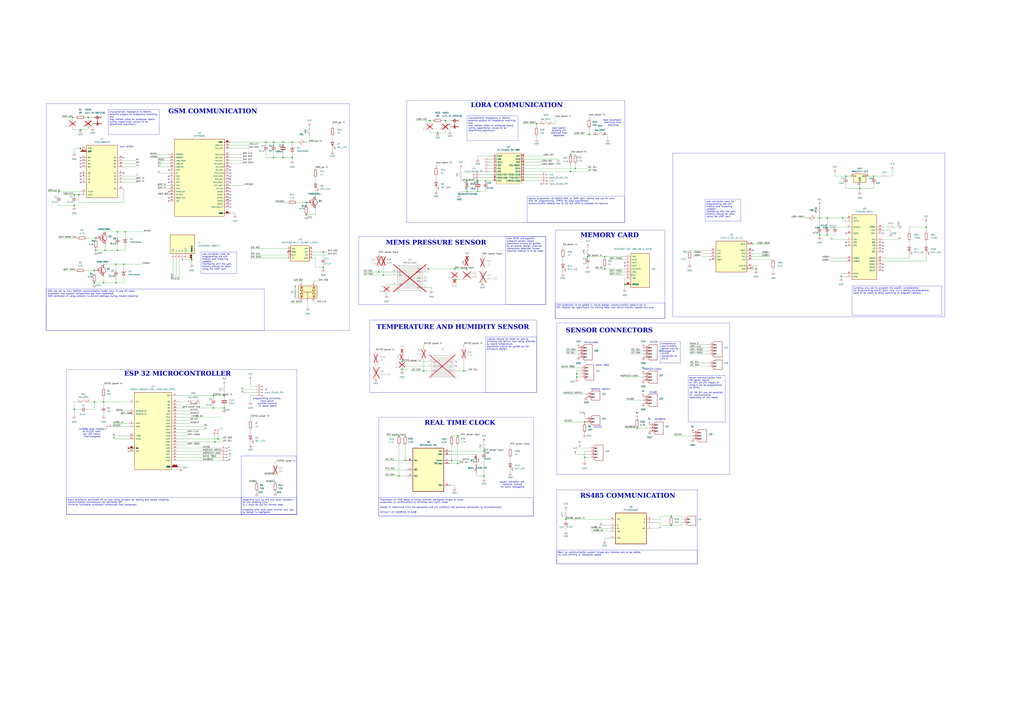
<source format=kicad_sch>
(kicad_sch (version 20250114) (generator "eeschema") (generator_version "9.0")
  (paper "A1")
  (title_block (title "GATEWAY BOARD") (date "2025-11-03") (rev "V-1.1") (company "AdeMNEA IoT-ra") (comment 1 "Designed By TN Muhanguzi") (comment 2 "For MPSE Research at Makerere University"))
  (rectangle (start 457.2 402.59) (end 572.77 463.55))
  (rectangle (start 455.93 189.23) (end 546.1 261.62))
  (rectangle (start 457.2 265.43) (end 599.44 389.89))
  (rectangle (start 311.15 342.9) (end 438.15 424.18))
  (rectangle (start 303.53 262.89) (end 440.69 322.58))
  (rectangle (start 38.1 85.09) (end 287.02 271.78))
  (rectangle (start 552.45 125.73) (end 775.97 260.35))
  (rectangle (start 294.64 194.31) (end 448.31 250.19))
  (rectangle (start 198.12 374.65) (end 243.84 422.91))
  (rectangle (start 334.01 82.55) (end 513.08 182.88))
  (rectangle (start 54.61 303.53) (end 243.84 422.91))
  (text "REAL TIME CLOCK\n" (at 377.698 348.742 0) (effects (font (size 3.81 3.81) (bold yes))))
  (text "MPL3115ARI" (at 485.648 281.686 0) (effects (font (size 1.27 1.27))))
  (text "power indication led,\n optional, placed \nfor block debugging" (at 420.878 398.272 0) (effects (font (size 1.27 1.27))))
  (text "DS18B20\n" (at 542.036 344.678 0) (effects (font (size 1.27 1.27))))
  (text "programming connector,\n input power \nscheme covered\n in power board" (at 219.456 330.708 0) (effects (font (size 1.27 1.27))))
  (text "S1223" (at 490.982 351.028 0) (effects (font (size 1.27 1.27))))
  (text "MEMORY CARD\n" (at 500.634 194.564 0) (effects (font (size 3.81 3.81) (bold yes))))
  (text "MEMS PRESSURE SENSOR" (at 358.14 200.66 0) (effects (font (size 3.81 3.81) (bold yes))))
  (text "INSPEED VORTEX\n" (at 493.014 320.04 0) (effects (font (size 1.27 1.27))))
  (text "SENSOR CONNECTORS" (at 500.38 272.796 0) (effects (font (size 3.81 3.81) (bold yes))))
  (text "level shifter " (at 104.394 120.65 0) (effects (font (size 1.27 1.27))))
  (text "DAVIS 7852\n" (at 494.792 300.228 0) (effects (font (size 1.27 1.27))))
  (text "SHT25" (at 536.956 281.178 0) (effects (font (size 1.27 1.27))))
  (text "LORA COMMUNICATION" (at 424.434 87.63 0) (effects (font (size 3.81 3.81) (bold yes))))
  (text "RS485 COMMUNICATION" (at 515.62 408.686 0) (effects (font (size 3.81 3.81) (bold yes))))
  (text "TEMPERATURE AND HUMIDITY SENSOR\n" (at 371.856 270.002 0) (effects (font (size 3.81 3.81) (bold yes))))
  (text "GSM COMMUNICATION" (at 174.752 92.71 0) (effects (font (size 3.81 3.81) (bold yes))))
  (text "boot option \nstraping pin \nrefenced from \ndatasheet " (at 459.486 108.458 0) (effects (font (size 1.27 1.27))))
  (text "ESP 32 MICROCONTROLLER" (at 145.796 308.356 0) (effects (font (size 3.81 3.81) (bold yes))))
  (text "reset shcematic \nrefernced from\n resources" (at 503.174 100.838 0) (effects (font (size 1.27 1.27))))
  (text "VH400" (at 536.448 322.58 0) (effects (font (size 1.27 1.27))))
  (text "GL5506 used instead \nof S1223, both \nare LDR hence \ninterchangable" (at 75.692 355.854 0) (effects (font (size 1.27 1.27))))
  (text "INSPEED EVANE\n" (at 535.94 303.53 0) (effects (font (size 1.27 1.27))))
  (text_box "ESD protection to be added in future design, communication default set to \nSPI, module set specifically for storing data, and hence transfer speeds are slow" (at 455.93 248.92 0) (size 90.17 12.7) (margins 0.9525 0.9525 0.9525 0.9525) (effects (font (size 1.27 1.27)) (justify left top)))
  (text_box "GSM not set to FULL MODEM communication mode, only TX and RX used, \nschematic and support components got from datasheet. \nGSM sectioned of using jumpers to prevent damage during trouble shooting" (at 38.1 237.49 0) (size 179.07 34.29) (margins 0.9525 0.9525 0.9525 0.9525) (effects (font (size 1.27 1.27)) (justify left top)))
  (text_box "temperature and humidity sensor can be changed to \nDHT22 connected to pin 5" (at 542.29 280.67 0) (size 16.51 17.78) (margins 0.9525 0.9525 0.9525 0.9525) (effects (font (size 1.27 1.27)) (justify left top)))
  (text_box "Placement on PCB needs to follow emision standards incase of mass \nproduction or certifications to minimise and contil noise\n\ndesign is referenced from the datasheet and pin 1(32khz) has oprional connection to microcontroller\n\nDEFAULT I2C ADDRESS IS 0x68" (at 311.15 408.94 0) (size 127 15.24) (margins 0.9525 0.9525 0.9525 0.9525) (effects (font (size 1.27 1.27)) (justify left top)))
  (text_box "device programed via SWDIO/SWC or UART port, device has two Rx pins \nRXD for programming, LPRXD for data transmision,\ncommunication default set to I2C but UART is exposed for backup" (at 433.07 161.29 0) (size 80.01 21.59) (margins 0.9525 0.9525 0.9525 0.9525) (effects (font (size 1.27 1.27)) (justify left top)))
  (text_box "currently only set to program the esp32, consideration \nfor programming esp32, gsm, lora, tx/rx desing considerations \nneed to be made to allow switching of program inerface" (at 699.77 234.95 0) (size 73.66 24.13) (margins 0.9525 0.9525 0.9525 0.9525) (effects (font (size 1.27 1.27)) (justify left top)))
  (text_box "characterisitc impedence is 50ohm, antenna subject to impedence matching and \nmay radiate noise on prototype board. tuning capacitence values to be determined practically" (at 383.54 95.25 0) (size 41.91 20.32) (margins 0.9525 0.9525 0.9525 0.9525) (effects (font (size 1.27 1.27)) (justify left top)))
  (text_box "block physically sectioned off on pcb using jumpers for testing and touble shooting.\ncommunication connections not sectioned off.\nminimum functional schematic referenced from datasheet." (at 54.61 408.94 0) (size 143.51 13.97) (margins 0.9525 0.9525 0.9525 0.9525) (effects (font (size 1.27 1.27)) (justify left top)))
  (text_box "usb connector used for programming the sim module and installing updates \ninterfacing with the gsm directly should be done using the UART port\n" (at 579.12 163.83 0) (size 29.21 17.78) (margins 0.9525 0.9525 0.9525 0.9525) (effects (font (size 1.27 1.27)) (justify left top)))
  (text_box "respective pull up and pull down resistors for the straping pins, \nio 2 must be low for normal boot.\n\nstrapping pins have weak internal pull ups so design is negligable" (at 198.12 408.94 0) (size 45.72 13.97) (margins 0.9525 0.9525 0.9525 0.9525) (effects (font (size 1.27 1.27)) (justify left top)))
  (text_box "characterisitc impedence is 50ohm, antenna subject to impedence matching and \nmay radiate noise on prototype board. tuning capacitence values to be determined practically" (at 88.9 90.17 0) (size 41.91 20.32) (margins 0.9525 0.9525 0.9525 0.9525) (effects (font (size 1.27 1.27)) (justify left top)))
  (text_box "usb connector used for programming the sim module and installing updates \ninterfacing with the gsm directly should be done using the UART port\n" (at 165.1 207.01 0) (size 29.21 17.78) (margins 0.9525 0.9525 0.9525 0.9525) (effects (font (size 1.27 1.27)) (justify left top)))
  (text_box "smd MEMS atmospheric pressure sensor, board placement should be guided\nby enclosure design, external connectors attached incase external module is to be used.\n" (at 415.29 194.31 0) (size 33.02 55.88) (margins 0.9525 0.9525 0.9525 0.9525) (effects (font (size 1.27 1.27)) (justify left top)))
  (text_box "power communication from the power board, \non SPI, CS pin mapps to strap 5 (to be programmed\nas GPIO)\n\nI2C OR SPI can be selected for communication depending on the needs" (at 565.15 308.61 0) (size 30.48 38.1) (margins 0.9525 0.9525 0.9525 0.9525) (effects (font (size 1.27 1.27)) (justify left top)))
  (text_box "Back up communication system incase any modules are to be added.\nno level shifting or issolation added " (at 457.2 452.12 0) (size 115.57 11.43) (margins 0.9525 0.9525 0.9525 0.9525) (effects (font (size 1.27 1.27)) (justify left top)))
  (text_box "cutouts should be made on pcb to minimise the device from being affected by board temperature.\nplacement should be guided by the enclosure design" (at 398.78 276.86 0) (size 41.91 45.72) (margins 0.9525 0.9525 0.9525 0.9525) (effects (font (size 1.27 1.27)) (justify left top)))
  (junction (at 157.48 213.36))
  (junction (at 496.57 220.98))
  (junction (at 392.43 157.48))
  (junction (at 692.15 179.07))
  (junction (at 482.6 210.82))
  (junction (at 218.44 116.84))
  (junction (at 365.76 99.06))
  (junction (at 373.38 229.87))
  (junction (at 311.15 210.82))
  (junction (at 397.51 370.84))
  (junction (at 513.08 233.68))
  (junction (at 59.69 96.52))
  (junction (at 232.41 116.84))
  (junction (at 224.79 116.84))
  (junction (at 95.25 217.17))
  (junction (at 392.43 148.59))
  (junction (at 327.66 358.14))
  (junction (at 72.39 96.52))
  (junction (at 760.73 186.69))
  (junction (at 353.06 99.06))
  (junction (at 483.87 110.49))
  (junction (at 66.04 121.92))
  (junction (at 359.41 109.22))
  (junction (at 472.44 138.43))
  (junction (at 85.09 330.2))
  (junction (at 375.92 358.14))
  (junction (at 240.03 129.54))
  (junction (at 240.03 116.84))
  (junction (at 251.46 166.37))
  (junction (at 78.74 195.58))
  (junction (at 78.74 205.74))
  (junction (at 383.54 148.59))
  (junction (at 179.07 360.68))
  (junction (at 381 304.8))
  (junction (at 77.47 330.2))
  (junction (at 224.79 129.54))
  (junction (at 375.92 381))
  (junction (at 717.55 144.78))
  (junction (at 673.1 193.04))
  (junction (at 77.47 222.25))
  (junction (at 66.04 106.68))
  (junction (at 383.54 157.48))
  (junction (at 373.38 220.98))
  (junction (at 77.47 232.41))
  (junction (at 621.03 220.98))
  (junction (at 330.2 297.18))
  (junction (at 551.18 431.8))
  (junction (at 347.98 304.8))
  (junction (at 184.15 335.28))
  (junction (at 64.77 160.02))
  (junction (at 690.88 227.33))
  (junction (at 398.78 148.59))
  (junction (at 176.53 363.22))
  (junction (at 175.26 335.28))
  (junction (at 332.74 378.46))
  (junction (at 383.54 220.98))
  (junction (at 468.63 127))
  (junction (at 464.82 426.72))
  (junction (at 523.24 351.79))
  (junction (at 473.71 307.34))
  (junction (at 694.69 144.78))
  (junction (at 96.52 190.5))
  (junction (at 232.41 129.54))
  (junction (at 101.6 217.17))
  (junction (at 330.2 303.53))
  (junction (at 673.1 179.07))
  (junction (at 440.69 101.6))
  (junction (at 265.43 207.01))
  (junction (at 468.63 140.97))
  (junction (at 102.87 190.5))
  (junction (at 473.71 309.88))
  (junction (at 86.36 205.74))
  (junction (at 480.06 346.71))
  (junction (at 251.46 176.53))
  (junction (at 679.45 179.07))
  (junction (at 60.96 168.91))
  (junction (at 397.51 391.16))
  (junction (at 95.25 232.41))
  (junction (at 351.79 220.98))
  (junction (at 60.96 336.55))
  (junction (at 551.18 424.18))
  (junction (at 311.15 223.52))
  (junction (at 175.26 325.12))
  (junction (at 679.45 193.04))
  (junction (at 496.57 210.82))
  (junction (at 60.96 160.02))
  (junction (at 96.52 205.74))
  (junction (at 706.12 154.94))
  (junction (at 184.15 325.12))
  (junction (at 314.96 226.06))
  (junction (at 85.09 232.41))
  (junction (at 370.84 378.46))
  (junction (at 480.06 375.92))
  (junction (at 48.26 157.48))
  (junction (at 265.43 219.71))
  (junction (at 327.66 391.16))
  (no_connect (at 189.23 137.16))
  (no_connect (at 694.69 201.93))
  (no_connect (at 189.23 165.1))
  (no_connect (at 725.17 207.01))
  (no_connect (at 725.17 219.71))
  (no_connect (at 189.23 160.02))
  (no_connect (at 582.93 213.36))
  (no_connect (at 66.04 147.32))
  (no_connect (at 513.08 218.44))
  (no_connect (at 513.08 215.9))
  (no_connect (at 694.69 199.39))
  (no_connect (at 138.43 165.1))
  (no_connect (at 444.5 151.13))
  (no_connect (at 725.17 191.77))
  (no_connect (at 694.69 191.77))
  (no_connect (at 725.17 204.47))
  (no_connect (at 138.43 157.48))
  (no_connect (at 189.23 139.7))
  (no_connect (at 189.23 170.18))
  (no_connect (at 189.23 157.48))
  (no_connect (at 374.65 300.99))
  (no_connect (at 66.04 144.78))
  (no_connect (at 189.23 154.94))
  (no_connect (at 66.04 132.08))
  (no_connect (at 138.43 144.78))
  (no_connect (at 374.65 297.18))
  (no_connect (at 138.43 149.86))
  (no_connect (at 189.23 142.24))
  (no_connect (at 725.17 217.17))
  (no_connect (at 138.43 147.32))
  (no_connect (at 189.23 149.86))
  (no_connect (at 66.04 142.24))
  (no_connect (at 236.22 207.01))
  (no_connect (at 66.04 149.86))
  (no_connect (at 66.04 134.62))
  (no_connect (at 618.49 205.74))
  (no_connect (at 149.86 213.36))
  (no_connect (at 725.17 222.25))
  (no_connect (at 138.43 139.7))
  (no_connect (at 725.17 199.39))
  (no_connect (at 101.6 142.24))
  (no_connect (at 725.17 201.93))
  (no_connect (at 189.23 144.78))
  (no_connect (at 189.23 147.32))
  (no_connect (at 189.23 167.64))
  (no_connect (at 189.23 162.56))
  (no_connect (at 66.04 129.54))
  (no_connect (at 66.04 137.16))
  (no_connect (at 138.43 162.56))
  (no_connect (at 101.6 129.54))
  (wire (pts (xy 464.82 433.07) (xy 464.82 436.88)))
  (wire (pts (xy 576.58 210.82) (xy 582.93 210.82)))
  (wire (pts (xy 383.54 222.25) (xy 383.54 220.98)))
  (wire (pts (xy 77.47 330.2) (xy 85.09 330.2)))
  (wire (pts (xy 129.54 132.08) (xy 138.43 132.08)))
  (wire (pts (xy 378.46 138.43) (xy 378.46 140.97)))
  (wire (pts (xy 690.88 227.33) (xy 690.88 228.6)))
  (wire (pts (xy 692.15 181.61) (xy 692.15 179.07)))
  (wire (pts (xy 553.72 358.14) (xy 568.96 358.14)))
  (wire (pts (xy 464.82 426.72) (xy 500.38 426.72)))
  (wire (pts (xy 129.54 160.02) (xy 138.43 160.02)))
  (wire (pts (xy 48.26 157.48) (xy 48.26 161.29)))
  (wire (pts (xy 85.09 217.17) (xy 95.25 217.17)))
  (wire (pts (xy 375.92 358.14) (xy 378.46 358.14)))
  (wire (pts (xy 146.05 375.92) (xy 181.61 375.92)))
  (wire (pts (xy 78.74 204.47) (xy 78.74 205.74)))
  (wire (pts (xy 476.25 309.88) (xy 473.71 309.88)))
  (wire (pts (xy 298.45 226.06) (xy 314.96 226.06)))
  (wire (pts (xy 332.74 378.46) (xy 334.01 378.46)))
  (wire (pts (xy 518.16 288.29) (xy 528.32 288.29)))
  (wire (pts (xy 369.57 381) (xy 375.92 381)))
  (wire (pts (xy 189.23 175.26) (xy 193.04 175.26)))
  (wire (pts (xy 483.87 370.84) (xy 480.06 370.84)))
  (wire (pts (xy 760.73 198.12) (xy 760.73 200.66)))
  (wire (pts (xy 308.61 298.45) (xy 308.61 300.99)))
  (wire (pts (xy 60.96 125.73) (xy 60.96 121.92)))
  (wire (pts (xy 85.09 232.41) (xy 77.47 232.41)))
  (wire (pts (xy 298.45 223.52) (xy 311.15 223.52)))
  (wire (pts (xy 95.25 227.33) (xy 95.25 232.41)))
  (wire (pts (xy 193.04 175.26) (xy 193.04 176.53)))
  (wire (pts (xy 316.23 378.46) (xy 332.74 378.46)))
  (wire (pts (xy 189.23 134.62) (xy 199.39 134.62)))
  (wire (pts (xy 363.22 99.06) (xy 365.76 99.06)))
  (wire (pts (xy 226.06 405.13) (xy 226.06 403.86)))
  (wire (pts (xy 95.25 337.82) (xy 105.41 337.82)))
  (wire (pts (xy 254 116.84) (xy 250.19 116.84)))
  (wire (pts (xy 725.17 212.09) (xy 746.76 212.09)))
  (wire (pts (xy 257.81 248.92) (xy 260.35 248.92)))
  (wire (pts (xy 226.06 379.73) (xy 226.06 382.27)))
  (wire (pts (xy 60.96 168.91) (xy 60.96 170.18)))
  (wire (pts (xy 64.77 160.02) (xy 60.96 160.02)))
  (wire (pts (xy 551.18 424.18) (xy 560.07 424.18)))
  (wire (pts (xy 334.01 300.99) (xy 334.01 303.53)))
  (wire (pts (xy 259.08 146.05) (xy 259.08 148.59)))
  (wire (pts (xy 175.26 325.12) (xy 175.26 327.66)))
  (wire (pts (xy 265.43 219.71) (xy 265.43 220.98)))
  (wire (pts (xy 86.36 200.66) (xy 86.36 205.74)))
  (wire (pts (xy 492.76 431.8) (xy 500.38 431.8)))
  (wire (pts (xy 430.53 130.81) (xy 458.47 130.81)))
  (wire (pts (xy 430.53 148.59) (xy 444.5 148.59)))
  (wire (pts (xy 398.78 148.59) (xy 405.13 148.59)))
  (wire (pts (xy 391.16 388.62) (xy 391.16 391.16)))
  (wire (pts (xy 317.5 240.03) (xy 317.5 242.57)))
  (wire (pts (xy 60.96 336.55) (xy 66.04 336.55)))
  (wire (pts (xy 308.61 288.29) (xy 308.61 290.83)))
  (wire (pts (xy 129.54 142.24) (xy 138.43 142.24)))
  (wire (pts (xy 358.14 144.78) (xy 358.14 147.32)))
  (wire (pts (xy 243.84 166.37) (xy 251.46 166.37)))
  (wire (pts (xy 679.45 179.07) (xy 692.15 179.07)))
  (wire (pts (xy 72.39 99.06) (xy 72.39 96.52)))
  (wire (pts (xy 85.09 330.2) (xy 85.09 334.01)))
  (wire (pts (xy 430.53 143.51) (xy 444.5 143.51)))
  (wire (pts (xy 102.87 190.5) (xy 118.11 190.5)))
  (wire (pts (xy 685.8 144.78) (xy 694.69 144.78)))
  (wire (pts (xy 476.25 307.34) (xy 473.71 307.34)))
  (wire (pts (xy 482.6 203.2) (xy 482.6 204.47)))
  (wire (pts (xy 402.59 140.97) (xy 405.13 140.97)))
  (wire (pts (xy 480.06 370.84) (xy 480.06 375.92)))
  (wire (pts (xy 184.15 336.55) (xy 184.15 335.28)))
  (wire (pts (xy 189.23 127) (xy 199.39 127)))
  (wire (pts (xy 542.29 424.18) (xy 551.18 424.18)))
  (wire (pts (xy 92.71 358.14) (xy 105.41 358.14)))
  (wire (pts (xy 679.45 193.04) (xy 685.8 193.04)))
  (wire (pts (xy 205.74 353.06) (xy 205.74 355.6)))
  (wire (pts (xy 535.94 429.26) (xy 542.29 429.26)))
  (wire (pts (xy 746.76 186.69) (xy 760.73 186.69)))
  (wire (pts (xy 398.78 154.94) (xy 398.78 157.48)))
  (wire (pts (xy 256.54 212.09) (xy 259.08 212.09)))
  (wire (pts (xy 375.92 381) (xy 377.19 381)))
  (wire (pts (xy 392.43 148.59) (xy 398.78 148.59)))
  (wire (pts (xy 71.12 336.55) (xy 77.47 336.55)))
  (wire (pts (xy 77.47 233.68) (xy 77.47 232.41)))
  (wire (pts (xy 99.06 340.36) (xy 105.41 340.36)))
  (wire (pts (xy 184.15 334.01) (xy 184.15 335.28)))
  (wire (pts (xy 60.96 160.02) (xy 60.96 161.29)))
  (wire (pts (xy 85.09 316.23) (xy 85.09 318.77)))
  (wire (pts (xy 473.71 304.8) (xy 473.71 307.34)))
  (wire (pts (xy 476.25 368.3) (xy 483.87 368.3)))
  (wire (pts (xy 205.74 325.12) (xy 205.74 330.2)))
  (wire (pts (xy 184.15 316.23) (xy 184.15 317.5)))
  (wire (pts (xy 621.03 220.98) (xy 621.03 218.44)))
  (wire (pts (xy 273.05 111.76) (xy 273.05 114.3)))
  (wire (pts (xy 92.71 347.98) (xy 105.41 347.98)))
  (wire (pts (xy 240.03 127) (xy 240.03 129.54)))
  (wire (pts (xy 218.44 116.84) (xy 218.44 119.38)))
  (wire (pts (xy 73.66 330.2) (xy 77.47 330.2)))
  (wire (pts (xy 224.79 129.54) (xy 218.44 129.54)))
  (wire (pts (xy 500.38 226.06) (xy 513.08 226.06)))
  (wire (pts (xy 334.01 303.53) (xy 330.2 303.53)))
  (wire (pts (xy 694.69 224.79) (xy 690.88 224.79)))
  (wire (pts (xy 247.65 232.41) (xy 247.65 231.14)))
  (wire (pts (xy 256.54 209.55) (xy 269.24 209.55)))
  (wire (pts (xy 66.04 121.92) (xy 66.04 124.46)))
  (wire (pts (xy 146.05 370.84) (xy 181.61 370.84)))
  (wire (pts (xy 453.39 101.6) (xy 455.93 101.6)))
  (wire (pts (xy 101.6 166.37) (xy 64.77 166.37)))
  (wire (pts (xy 483.87 105.41) (xy 483.87 110.49)))
  (wire (pts (xy 468.63 125.73) (xy 468.63 127)))
  (wire (pts (xy 513.08 228.6) (xy 513.08 233.68)))
  (wire (pts (xy 513.08 351.79) (xy 523.24 351.79)))
  (wire (pts (xy 621.03 218.44) (xy 618.49 218.44)))
  (wire (pts (xy 179.07 360.68) (xy 182.88 360.68)))
  (wire (pts (xy 398.78 157.48) (xy 392.43 157.48)))
  (wire (pts (xy 240.03 129.54) (xy 232.41 129.54)))
  (wire (pts (xy 551.18 431.8) (xy 560.07 431.8)))
  (wire (pts (xy 464.82 426.72) (xy 464.82 427.99)))
  (wire (pts (xy 226.06 379.73) (xy 227.33 379.73)))
  (wire (pts (xy 462.28 323.85) (xy 481.33 323.85)))
  (wire (pts (xy 499.11 110.49) (xy 499.11 114.3)))
  (wire (pts (xy 101.6 217.17) (xy 116.84 217.17)))
  (wire (pts (xy 316.23 391.16) (xy 327.66 391.16)))
  (wire (pts (xy 76.2 105.41) (xy 76.2 101.6)))
  (wire (pts (xy 681.99 196.85) (xy 694.69 196.85)))
  (wire (pts (xy 85.09 326.39) (xy 85.09 330.2)))
  (wire (pts (xy 463.55 346.71) (xy 480.06 346.71)))
  (wire (pts (xy 351.79 300.99) (xy 334.01 300.99)))
  (wire (pts (xy 72.39 96.52) (xy 77.47 96.52)))
  (wire (pts (xy 673.1 168.91) (xy 673.1 170.18)))
  (wire (pts (xy 673.1 193.04) (xy 679.45 193.04)))
  (wire (pts (xy 713.74 144.78) (xy 717.55 144.78)))
  (wire (pts (xy 59.69 99.06) (xy 59.69 96.52)))
  (wire (pts (xy 218.44 116.84) (xy 224.79 116.84)))
  (wire (pts (xy 365.76 99.06) (xy 370.84 99.06)))
  (wire (pts (xy 440.69 101.6) (xy 443.23 101.6)))
  (wire (pts (xy 52.07 222.25) (xy 62.23 222.25)))
  (wire (pts (xy 189.23 132.08) (xy 199.39 132.08)))
  (wire (pts (xy 146.05 368.3) (xy 181.61 368.3)))
  (wire (pts (xy 378.46 146.05) (xy 378.46 148.59)))
  (wire (pts (xy 48.26 168.91) (xy 60.96 168.91)))
  (wire (pts (xy 210.82 317.5) (xy 205.74 317.5)))
  (wire (pts (xy 488.95 220.98) (xy 496.57 220.98)))
  (wire (pts (xy 332.74 365.76) (xy 332.74 378.46)))
  (wire (pts (xy 210.82 325.12) (xy 205.74 325.12)))
  (wire (pts (xy 314.96 226.06) (xy 321.31 226.06)))
  (wire (pts (xy 398.78 148.59) (xy 398.78 149.86)))
  (wire (pts (xy 430.53 138.43) (xy 472.44 138.43)))
  (wire (pts (xy 480.06 347.98) (xy 480.06 346.71)))
  (wire (pts (xy 205.74 363.22) (xy 205.74 365.76)))
  (wire (pts (xy 252.73 247.65) (xy 252.73 252.73)))
  (wire (pts (xy 461.01 302.26) (xy 476.25 302.26)))
  (wire (pts (xy 746.76 208.28) (xy 746.76 212.09)))
  (wire (pts (xy 189.23 152.4) (xy 200.66 152.4)))
  (wire (pts (xy 480.06 344.17) (xy 480.06 341.63)))
  (wire (pts (xy 95.25 222.25) (xy 95.25 217.17)))
  (wire (pts (xy 146.05 350.52) (xy 167.64 350.52)))
  (wire (pts (xy 725.17 189.23) (xy 731.52 189.23)))
  (wire (pts (xy 706.12 152.4) (xy 706.12 154.94)))
  (wire (pts (xy 369.57 370.84) (xy 397.51 370.84)))
  (wire (pts (xy 50.8 96.52) (xy 59.69 96.52)))
  (wire (pts (xy 760.73 182.88) (xy 760.73 186.69)))
  (wire (pts (xy 472.44 134.62) (xy 472.44 138.43)))
  (wire (pts (xy 72.39 104.14) (xy 72.39 106.68)))
  (wire (pts (xy 528.32 328.93) (xy 514.35 328.93)))
  (wire (pts (xy 365.76 101.6) (xy 365.76 99.06)))
  (wire (pts (xy 566.42 288.29) (xy 581.66 288.29)))
  (wire (pts (xy 48.26 166.37) (xy 48.26 168.91)))
  (wire (pts (xy 370.84 365.76) (xy 370.84 378.46)))
  (wire (pts (xy 184.15 322.58) (xy 184.15 325.12)))
  (wire (pts (xy 146.05 340.36) (xy 156.21 340.36)))
  (wire (pts (xy 383.54 157.48) (xy 392.43 157.48)))
  (wire (pts (xy 146.05 383.54) (xy 148.59 383.54)))
  (wire (pts (xy 370.84 378.46) (xy 379.73 378.46)))
  (wire (pts (xy 176.53 363.22) (xy 182.88 363.22)))
  (wire (pts (xy 240.03 116.84) (xy 240.03 119.38)))
  (wire (pts (xy 317.5 358.14) (xy 327.66 358.14)))
  (wire (pts (xy 396.24 209.55) (xy 396.24 212.09)))
  (wire (pts (xy 566.42 300.99) (xy 581.66 300.99)))
  (wire (pts (xy 419.1 386.08) (xy 419.1 388.62)))
  (wire (pts (xy 330.2 289.56) (xy 330.2 290.83)))
  (wire (pts (xy 473.71 309.88) (xy 473.71 311.15)))
  (wire (pts (xy 144.78 213.36) (xy 144.78 229.87)))
  (wire (pts (xy 746.76 198.12) (xy 746.76 200.66)))
  (wire (pts (xy 500.38 441.96) (xy 496.57 441.96)))
  (wire (pts (xy 430.53 146.05) (xy 444.5 146.05)))
  (wire (pts (xy 175.26 325.12) (xy 184.15 325.12)))
  (wire (pts (xy 690.88 227.33) (xy 694.69 227.33)))
  (wire (pts (xy 251.46 177.8) (xy 251.46 176.53)))
  (wire (pts (xy 148.59 383.54) (xy 148.59 384.81)))
  (wire (pts (xy 205.74 209.55) (xy 236.22 209.55)))
  (wire (pts (xy 391.16 391.16) (xy 397.51 391.16)))
  (wire (pts (xy 430.53 133.35) (xy 444.5 133.35)))
  (wire (pts (xy 59.69 106.68) (xy 59.69 104.14)))
  (wire (pts (xy 393.7 146.05) (xy 405.13 146.05)))
  (wire (pts (xy 392.43 130.81) (xy 392.43 128.27)))
  (wire (pts (xy 176.53 358.14) (xy 176.53 363.22)))
  (wire (pts (xy 123.19 127) (xy 138.43 127)))
  (wire (pts (xy 397.51 377.19) (xy 397.51 391.16)))
  (wire (pts (xy 359.41 109.22) (xy 353.06 109.22)))
  (wire (pts (xy 71.12 195.58) (xy 78.74 195.58)))
  (wire (pts (xy 685.8 142.24) (xy 685.8 144.78)))
  (wire (pts (xy 480.06 346.71) (xy 481.33 346.71)))
  (wire (pts (xy 731.52 189.23) (xy 731.52 191.77)))
  (wire (pts (xy 496.57 220.98) (xy 513.08 220.98)))
  (wire (pts (xy 353.06 109.22) (xy 353.06 106.68)))
  (wire (pts (xy 351.79 220.98) (xy 373.38 220.98)))
  (wire (pts (xy 152.4 213.36) (xy 157.48 213.36)))
  (wire (pts (xy 273.05 121.92) (xy 273.05 124.46)))
  (wire (pts (xy 746.76 190.5) (xy 746.76 186.69)))
  (wire (pts (xy 393.7 143.51) (xy 405.13 143.51)))
  (wire (pts (xy 685.8 191.77) (xy 685.8 193.04)))
  (wire (pts (xy 483.87 97.79) (xy 483.87 95.25)))
  (wire (pts (xy 63.5 330.2) (xy 60.96 330.2)))
  (wire (pts (xy 39.37 157.48) (xy 48.26 157.48)))
  (wire (pts (xy 92.71 350.52) (xy 105.41 350.52)))
  (wire (pts (xy 397.51 391.16) (xy 397.51 393.7)))
  (wire (pts (xy 146.05 332.74) (xy 156.21 332.74)))
  (wire (pts (xy 381 283.21) (xy 381 287.02)))
  (wire (pts (xy 257.81 232.41) (xy 257.81 231.14)))
  (wire (pts (xy 184.15 326.39) (xy 184.15 325.12)))
  (wire (pts (xy 560.07 424.18) (xy 560.07 426.72)))
  (wire (pts (xy 96.52 190.5) (xy 102.87 190.5)))
  (wire (pts (xy 232.41 129.54) (xy 224.79 129.54)))
  (wire (pts (xy 373.38 228.6) (xy 373.38 229.87)))
  (wire (pts (xy 101.6 149.86) (xy 111.76 149.86)))
  (wire (pts (xy 464.82 419.1) (xy 464.82 420.37)))
  (wire (pts (xy 256.54 207.01) (xy 265.43 207.01)))
  (wire (pts (xy 369.57 104.14) (xy 370.84 104.14)))
  (wire (pts (xy 224.79 116.84) (xy 224.79 119.38)))
  (wire (pts (xy 86.36 205.74) (xy 78.74 205.74)))
  (wire (pts (xy 60.96 330.2) (xy 60.96 336.55)))
  (wire (pts (xy 473.71 307.34) (xy 473.71 309.88)))
  (wire (pts (xy 566.42 283.21) (xy 581.66 283.21)))
  (wire (pts (xy 72.39 106.68) (xy 66.04 106.68)))
  (wire (pts (xy 430.53 140.97) (xy 468.63 140.97)))
  (wire (pts (xy 146.05 355.6) (xy 153.67 355.6)))
  (wire (pts (xy 351.79 236.22) (xy 354.33 236.22)))
  (wire (pts (xy 566.42 290.83) (xy 581.66 290.83)))
  (wire (pts (xy 78.74 196.85) (xy 78.74 195.58)))
  (wire (pts (xy 673.1 193.04) (xy 673.1 194.31)))
  (wire (pts (xy 440.69 104.14) (xy 440.69 101.6)))
  (wire (pts (xy 462.28 201.93) (xy 462.28 204.47)))
  (wire (pts (xy 224.79 116.84) (xy 232.41 116.84)))
  (wire (pts (xy 468.63 140.97) (xy 482.6 140.97)))
  (wire (pts (xy 523.24 351.79) (xy 533.4 351.79)))
  (wire (pts (xy 618.49 220.98) (xy 621.03 220.98)))
  (wire (pts (xy 717.55 144.78) (xy 723.9 144.78)))
  (wire (pts (xy 330.2 302.26) (xy 330.2 303.53)))
  (wire (pts (xy 468.63 127) (xy 472.44 127)))
  (wire (pts (xy 101.6 134.62) (xy 111.76 134.62)))
  (wire (pts (xy 60.96 121.92) (xy 66.04 121.92)))
  (wire (pts (xy 265.43 207.01) (xy 265.43 212.09)))
  (wire (pts (xy 95.25 217.17) (xy 101.6 217.17)))
  (wire (pts (xy 102.87 205.74) (xy 102.87 201.93)))
  (wire (pts (xy 86.36 190.5) (xy 96.52 190.5)))
  (wire (pts (xy 146.05 325.12) (xy 175.26 325.12)))
  (wire (pts (xy 189.23 116.84) (xy 218.44 116.84)))
  (wire (pts (xy 673.1 175.26) (xy 673.1 179.07)))
  (wire (pts (xy 316.23 386.08) (xy 334.01 386.08)))
  (wire (pts (xy 327.66 391.16) (xy 334.01 391.16)))
  (wire (pts (xy 383.54 148.59) (xy 392.43 148.59)))
  (wire (pts (xy 96.52 205.74) (xy 102.87 205.74)))
  (wire (pts (xy 690.88 224.79) (xy 690.88 227.33)))
  (wire (pts (xy 146.05 335.28) (xy 149.86 335.28)))
  (wire (pts (xy 472.44 373.38) (xy 483.87 373.38)))
  (wire (pts (xy 378.46 148.59) (xy 383.54 148.59)))
  (wire (pts (xy 60.96 166.37) (xy 60.96 168.91)))
  (wire (pts (xy 496.57 210.82) (xy 513.08 210.82)))
  (wire (pts (xy 86.36 205.74) (xy 96.52 205.74)))
  (wire (pts (xy 232.41 116.84) (xy 232.41 118.11)))
  (wire (pts (xy 52.07 160.02) (xy 60.96 160.02)))
  (wire (pts (xy 85.09 339.09) (xy 85.09 341.63)))
  (wire (pts (xy 397.51 363.22) (xy 397.51 364.49)))
  (wire (pts (xy 146.05 360.68) (xy 179.07 360.68)))
  (wire (pts (xy 205.74 212.09) (xy 236.22 212.09)))
  (wire (pts (xy 694.69 181.61) (xy 692.15 181.61)))
  (wire (pts (xy 365.76 109.22) (xy 359.41 109.22)))
  (wire (pts (xy 397.51 369.57) (xy 397.51 370.84)))
  (wire (pts (xy 321.31 233.68) (xy 317.5 233.68)))
  (wire (pts (xy 482.6 210.82) (xy 482.6 212.09)))
  (wire (pts (xy 725.17 214.63) (xy 760.73 214.63)))
  (wire (pts (xy 369.57 378.46) (xy 370.84 378.46)))
  (wire (pts (xy 347.98 283.21) (xy 347.98 287.02)))
  (wire (pts (xy 694.69 144.78) (xy 698.5 144.78)))
  (wire (pts (xy 123.19 129.54) (xy 138.43 129.54)))
  (wire (pts (xy 85.09 232.41) (xy 95.25 232.41)))
  (wire (pts (xy 509.27 309.88) (xy 528.32 309.88)))
  (wire (pts (xy 146.05 330.2) (xy 153.67 330.2)))
  (wire (pts (xy 163.83 335.28) (xy 175.26 335.28)))
  (wire (pts (xy 265.43 207.01) (xy 269.24 207.01)))
  (wire (pts (xy 462.28 222.25) (xy 462.28 224.79)))
  (wire (pts (xy 85.09 330.2) (xy 105.41 330.2)))
  (wire (pts (xy 660.4 179.07) (xy 664.21 179.07)))
  (wire (pts (xy 358.14 154.94) (xy 358.14 157.48)))
  (wire (pts (xy 669.29 179.07) (xy 673.1 179.07)))
  (wire (pts (xy 383.54 218.44) (xy 383.54 220.98)))
  (wire (pts (xy 725.17 186.69) (xy 728.98 186.69)))
  (wire (pts (xy 480.06 356.87) (xy 480.06 355.6)))
  (wire (pts (xy 327.66 358.14) (xy 332.74 358.14)))
  (wire (pts (xy 232.41 116.84) (xy 240.03 116.84)))
  (wire (pts (xy 146.05 345.44) (xy 156.21 345.44)))
  (wire (pts (xy 77.47 224.79) (xy 77.47 222.25)))
  (wire (pts (xy 480.06 375.92) (xy 483.87 375.92)))
  (wire (pts (xy 351.79 220.98) (xy 351.79 223.52)))
  (wire (pts (xy 204.47 396.24) (xy 210.82 396.24)))
  (wire (pts (xy 259.08 176.53) (xy 251.46 176.53)))
  (wire (pts (xy 383.54 157.48) (xy 377.19 157.48)))
  (wire (pts (xy 430.53 128.27) (xy 445.77 128.27)))
  (wire (pts (xy 240.03 129.54) (xy 240.03 132.08)))
  (wire (pts (xy 464.82 288.29) (xy 474.98 288.29)))
  (wire (pts (xy 513.08 233.68) (xy 513.08 237.49)))
  (wire (pts (xy 129.54 152.4) (xy 138.43 152.4)))
  (wire (pts (xy 163.83 330.2) (xy 163.83 335.28)))
  (wire (pts (xy 480.06 344.17) (xy 481.33 344.17)))
  (wire (pts (xy 429.26 101.6) (xy 440.69 101.6)))
  (wire (pts (xy 259.08 156.21) (xy 259.08 161.29)))
  (wire (pts (xy 69.85 222.25) (xy 77.47 222.25)))
  (wire (pts (xy 232.41 125.73) (xy 232.41 129.54)))
  (wire (pts (xy 247.65 247.65) (xy 247.65 248.92)))
  (wire (pts (xy 251.46 168.91) (xy 251.46 166.37)))
  (wire (pts (xy 419.1 365.76) (xy 419.1 368.3)))
  (wire (pts (xy 402.59 138.43) (xy 405.13 138.43)))
  (wire (pts (xy 430.53 135.89) (xy 444.5 135.89)))
  (wire (pts (xy 77.47 336.55) (xy 77.47 330.2)))
  (wire (pts (xy 311.15 210.82) (xy 314.96 210.82)))
  (wire (pts (xy 101.6 147.32) (xy 111.76 147.32)))
  (wire (pts (xy 419.1 375.92) (xy 419.1 378.46)))
  (wire (pts (xy 241.3 231.14) (xy 247.65 231.14)))
  (wire (pts (xy 59.69 96.52) (xy 62.23 96.52)))
  (wire (pts (xy 66.04 157.48) (xy 48.26 157.48)))
  (wire (pts (xy 468.63 134.62) (xy 468.63 140.97)))
  (wire (pts (xy 101.6 137.16) (xy 111.76 137.16)))
  (wire (pts (xy 259.08 212.09) (xy 259.08 219.71)))
  (wire (pts (xy 402.59 130.81) (xy 405.13 130.81)))
  (wire (pts (xy 238.76 248.92) (xy 247.65 248.92)))
  (wire (pts (xy 259.08 219.71) (xy 265.43 219.71)))
  (wire (pts (xy 566.42 213.36) (xy 566.42 217.17)))
  (wire (pts (xy 226.06 166.37) (xy 236.22 166.37)))
  (wire (pts (xy 101.6 232.41) (xy 101.6 228.6)))
  (wire (pts (xy 471.17 110.49) (xy 483.87 110.49)))
  (wire (pts (xy 205.74 204.47) (xy 236.22 204.47)))
  (wire (pts (xy 224.79 124.46) (xy 224.79 129.54)))
  (wire (pts (xy 254 104.14) (xy 254 105.41)))
  (wire (pts (xy 402.59 135.89) (xy 405.13 135.89)))
  (wire (pts (xy 102.87 194.31) (xy 102.87 190.5)))
  (wire (pts (xy 265.43 217.17) (xy 265.43 219.71)))
  (wire (pts (xy 496.57 441.96) (xy 496.57 444.5)))
  (wire (pts (xy 146.05 353.06) (xy 167.64 353.06)))
  (wire (pts (xy 129.54 154.94) (xy 138.43 154.94)))
  (wire (pts (xy 402.59 133.35) (xy 405.13 133.35)))
  (wire (pts (xy 314.96 218.44) (xy 314.96 226.06)))
  (wire (pts (xy 354.33 236.22) (xy 354.33 238.76)))
  (wire (pts (xy 373.38 398.78) (xy 373.38 401.32)))
  (wire (pts (xy 369.57 373.38) (xy 391.16 373.38)))
  (wire (pts (xy 485.14 436.88) (xy 500.38 436.88)))
  (wire (pts (xy 375.92 365.76) (xy 375.92 381)))
  (wire (pts (xy 397.51 372.11) (xy 397.51 370.84)))
  (wire (pts (xy 734.06 186.69) (xy 737.87 186.69)))
  (wire (pts (xy 392.43 156.21) (xy 392.43 157.48)))
  (wire (pts (xy 129.54 137.16) (xy 138.43 137.16)))
  (wire (pts (xy 257.81 231.14) (xy 261.62 231.14)))
  (wire (pts (xy 146.05 358.14) (xy 153.67 358.14)))
  (wire (pts (xy 566.42 205.74) (xy 582.93 205.74)))
  (wire (pts (xy 706.12 154.94) (xy 694.69 154.94)))
  (wire (pts (xy 353.06 99.06) (xy 355.6 99.06)))
  (wire (pts (xy 85.09 227.33) (xy 85.09 232.41)))
  (wire (pts (xy 476.25 304.8) (xy 473.71 304.8)))
  (wire (pts (xy 681.99 214.63) (xy 694.69 214.63)))
  (wire (pts (xy 500.38 223.52) (xy 513.08 223.52)))
  (wire (pts (xy 440.69 111.76) (xy 440.69 114.3)))
  (wire (pts (xy 95.25 232.41) (xy 101.6 232.41)))
  (wire (pts (xy 189.23 129.54) (xy 199.39 129.54)))
  (wire (pts (xy 542.29 426.72) (xy 542.29 424.18)))
  (wire (pts (xy 542.29 429.26) (xy 542.29 431.8)))
  (wire (pts (xy 96.52 195.58) (xy 96.52 190.5)))
  (wire (pts (xy 311.15 223.52) (xy 321.31 223.52)))
  (wire (pts (xy 311.15 218.44) (xy 311.15 223.52)))
  (wire (pts (xy 717.55 151.13) (xy 717.55 154.94)))
  (wire (pts (xy 373.38 229.87) (xy 383.54 229.87)))
  (wire (pts (xy 535.94 434.34) (xy 541.02 434.34)))
  (wire (pts (xy 485.14 434.34) (xy 500.38 434.34)))
  (wire (pts (xy 692.15 179.07) (xy 694.69 179.07)))
  (wire (pts (xy 146.05 337.82) (xy 156.21 337.82)))
  (wire (pts (xy 464.82 290.83) (xy 474.98 290.83)))
  (wire (pts (xy 308.61 308.61) (xy 308.61 311.15)))
  (wire (pts (xy 374.65 304.8) (xy 381 304.8)))
  (wire (pts (xy 273.05 101.6) (xy 273.05 104.14)))
  (wire (pts (xy 381 294.64) (xy 381 304.8)))
  (wire (pts (xy 496.57 210.82) (xy 496.57 212.09)))
  (wire (pts (xy 330.2 304.8) (xy 330.2 303.53)))
  (wire (pts (xy 396.24 229.87) (xy 396.24 232.41)))
  (wire (pts (xy 370.84 358.14) (xy 375.92 358.14)))
  (wire (pts (xy 189.23 121.92) (xy 204.47 121.92)))
  (wire (pts (xy 189.23 119.38) (xy 204.47 119.38)))
  (wire (pts (xy 462.28 212.09) (xy 462.28 214.63)))
  (wire (pts (xy 60.96 336.55) (xy 60.96 341.63)))
  (wire (pts (xy 621.03 222.25) (xy 621.03 220.98)))
  (wire (pts (xy 576.58 208.28) (xy 582.93 208.28)))
  (wire (pts (xy 341.63 99.06) (xy 353.06 99.06)))
  (wire (pts (xy 330.2 295.91) (xy 330.2 297.18)))
  (wire (pts (xy 381 304.8) (xy 384.81 304.8)))
  (wire (pts (xy 535.94 426.72) (xy 542.29 426.72)))
  (wire (pts (xy 673.1 191.77) (xy 673.1 193.04)))
  (wire (pts (xy 205.74 312.42) (xy 205.74 317.5)))
  (wire (pts (xy 500.38 213.36) (xy 513.08 213.36)))
  (wire (pts (xy 679.45 179.07) (xy 679.45 186.69)))
  (wire (pts (xy 694.69 154.94) (xy 694.69 151.13)))
  (wire (pts (xy 69.85 96.52) (xy 72.39 96.52)))
  (wire (pts (xy 373.38 220.98) (xy 373.38 223.52)))
  (wire (pts (xy 147.32 213.36) (xy 147.32 229.87)))
  (wire (pts (xy 369.57 107.95) (xy 369.57 104.14)))
  (wire (pts (xy 566.42 298.45) (xy 581.66 298.45)))
  (wire (pts (xy 717.55 144.78) (xy 717.55 146.05)))
  (wire (pts (xy 377.19 157.48) (xy 377.19 160.02)))
  (wire (pts (xy 96.52 200.66) (xy 96.52 205.74)))
  (wire (pts (xy 146.05 378.46) (xy 181.61 378.46)))
  (wire (pts (xy 66.04 106.68) (xy 59.69 106.68)))
  (wire (pts (xy 618.49 213.36) (xy 635 213.36)))
  (wire (pts (xy 175.26 332.74) (xy 175.26 335.28)))
  (wire (pts (xy 681.99 212.09) (xy 694.69 212.09)))
  (wire (pts (xy 146.05 342.9) (xy 181.61 342.9)))
  (wire (pts (xy 66.04 160.02) (xy 64.77 160.02)))
  (wire (pts (xy 48.26 195.58) (xy 63.5 195.58)))
  (wire (pts (xy 101.6 132.08) (xy 111.76 132.08)))
  (wire (pts (xy 542.29 431.8) (xy 551.18 431.8)))
  (wire (pts (xy 129.54 134.62) (xy 138.43 134.62)))
  (wire (pts (xy 198.12 322.58) (xy 210.82 322.58)))
  (wire (pts (xy 142.24 213.36) (xy 142.24 229.87)))
  (wire (pts (xy 347.98 304.8) (xy 351.79 304.8)))
  (wire (pts (xy 175.26 335.28) (xy 184.15 335.28)))
  (wire (pts (xy 373.38 220.98) (xy 383.54 220.98)))
  (wire (pts (xy 472.44 138.43) (xy 482.6 138.43)))
  (wire (pts (xy 146.05 373.38) (xy 181.61 373.38)))
  (wire (pts (xy 482.6 218.44) (xy 482.6 217.17)))
  (wire (pts (xy 482.6 209.55) (xy 482.6 210.82)))
  (wire (pts (xy 327.66 365.76) (xy 327.66 391.16)))
  (wire (pts (xy 673.1 179.07) (xy 673.1 186.69)))
  (wire (pts (xy 205.74 342.9) (xy 205.74 345.44)))
  (wire (pts (xy 464.82 425.45) (xy 464.82 426.72)))
  (wire (pts (xy 218.44 396.24) (xy 226.06 396.24)))
  (wire (pts (xy 311.15 208.28) (xy 311.15 210.82)))
  (wire (pts (xy 694.69 144.78) (xy 694.69 146.05)))
  (wire (pts (xy 101.6 144.78) (xy 111.76 144.78)))
  (wire (pts (xy 483.87 110.49) (xy 487.68 110.49)))
  (wire (pts (xy 347.98 294.64) (xy 347.98 304.8)))
  (wire (pts (xy 353.06 101.6) (xy 353.06 99.06)))
  (wire (pts (xy 732.79 139.7) (xy 732.79 144.78)))
  (wire (pts (xy 706.12 157.48) (xy 706.12 154.94)))
  (wire (pts (xy 725.17 196.85) (xy 737.87 196.85)))
  (wire (pts (xy 257.81 247.65) (xy 257.81 248.92)))
  (wire (pts (xy 146.05 347.98) (xy 156.21 347.98)))
  (wire (pts (xy 717.55 154.94) (xy 706.12 154.94)))
  (wire (pts (xy 760.73 208.28) (xy 760.73 214.63)))
  (wire (pts (xy 560.07 429.26) (xy 560.07 431.8)))
  (wire (pts (xy 618.49 208.28) (xy 632.46 208.28)))
  (wire (pts (xy 218.44 129.54) (xy 218.44 124.46)))
  (wire (pts (xy 240.03 116.84) (xy 245.11 116.84)))
  (wire (pts (xy 330.2 297.18) (xy 351.79 297.18)))
  (wire (pts (xy 482.6 210.82) (xy 496.57 210.82)))
  (wire (pts (xy 618.49 210.82) (xy 632.46 210.82)))
  (wire (pts (xy 76.2 101.6) (xy 77.47 101.6)))
  (wire (pts (xy 518.16 290.83) (xy 528.32 290.83)))
  (wire (pts (xy 566.42 285.75) (xy 581.66 285.75)))
  (wire (pts (xy 396.24 219.71) (xy 396.24 222.25)))
  (wire (pts (xy 64.77 166.37) (xy 64.77 160.02)))
  (wire (pts (xy 254 110.49) (xy 254 116.84)))
  (wire (pts (xy 497.84 110.49) (xy 499.11 110.49)))
  (wire (pts (xy 673.1 179.07) (xy 679.45 179.07)))
  (wire (pts (xy 685.8 186.69) (xy 694.69 186.69)))
  (wire (pts (xy 392.43 128.27) (xy 405.13 128.27)))
  (wire (pts (xy 365.76 106.68) (xy 365.76 109.22)))
  (wire (pts (xy 146.05 365.76) (xy 153.67 365.76)))
  (wire (pts (xy 259.08 171.45) (xy 259.08 176.53)))
  (wire (pts (xy 358.14 134.62) (xy 358.14 137.16)))
  (wire (pts (xy 728.98 144.78) (xy 732.79 144.78)))
  (wire (pts (xy 210.82 405.13) (xy 210.82 403.86)))
  (wire (pts (xy 92.71 360.68) (xy 105.41 360.68)))
  (wire (pts (xy 679.45 191.77) (xy 679.45 193.04)))
  (wire (pts (xy 317.5 233.68) (xy 317.5 234.95)))
  (wire (pts (xy 337.82 304.8) (xy 347.98 304.8)))
  (wire (pts (xy 496.57 219.71) (xy 496.57 220.98)))
  (wire (pts (xy 101.6 220.98) (xy 101.6 217.17)))
  (wire (pts (xy 78.74 207.01) (xy 78.74 205.74)))
  (wire (pts (xy 369.57 398.78) (xy 373.38 398.78)))
  (wire (pts (xy 383.54 156.21) (xy 383.54 157.48)))
  (wire (pts (xy 179.07 358.14) (xy 179.07 360.68)))
  (wire (pts (xy 217.17 389.89) (xy 226.06 389.89)))
  (wire (pts (xy 480.06 375.92) (xy 480.06 379.73)))
  (wire (pts (xy 618.49 200.66) (xy 632.46 200.66)))
  (wire (pts (xy 101.6 154.94) (xy 101.6 166.37)))
  (wire (pts (xy 157.48 213.36) (xy 157.48 217.17)))
  (wire (pts (xy 455.93 96.52) (xy 455.93 101.6)))
  (wire (pts (xy 635 220.98) (xy 635 223.52)))
  (wire (pts (xy 760.73 186.69) (xy 760.73 190.5)))
  (wire (pts (xy 146.05 363.22) (xy 176.53 363.22)))
  (wire (pts (xy 198.12 320.04) (xy 210.82 320.04)))
  (label "32khz" (at 379.73 378.46 0))
  (label "RX" (at 167.64 350.52 0))
  (label "strap2" (at 204.47 396.24 0))
  (label "RTC power input" (at 419.1 365.76 0))
  (label "RTC power input" (at 317.5 358.14 0))
  (label "strap 5" (at 566.42 283.21 0))
  (label "rx" (at 92.71 360.68 0))
  (label "I2C SDA" (at 337.82 304.8 0))
  (label "strap12" (at 218.44 396.24 0))
  (label "strap15" (at 156.21 347.98 0))
  (label "nreset" (at 116.84 217.17 0))
  (label "tx" (at 492.76 431.8 0))
  (label "gsm tx" (at 129.54 152.4 0))
  (label "ESP32 power in" (at 205.74 342.9 0))
  (label "main ant" (at 50.8 96.52 0))
  (label "TX" (at 111.76 137.16 0))
  (label "gsm reset" (at 99.06 340.36 0))
  (label "MPL power input" (at 373.38 220.98 0))
  (label "LORA BOOT" (at 444.5 135.89 0))
  (label "SIM DATA" (at 238.76 248.92 0))
  (label "I2C SDA" (at 182.88 360.68 0))
  (label "DS18B20" (at 513.08 351.79 0))
  (label "gsm rx" (at 129.54 154.94 0))
  (label "I2C SDA" (at 298.45 226.06 0))
  (label "RTC RST" (at 316.23 386.08 0))
  (label "VSPI-MISO" (at 153.67 358.14 0))
  (label "SHT25 power in" (at 330.2 297.18 0))
  (label "SD power in" (at 462.28 201.93 0))
  (label "USBD-" (at 632.46 208.28 180))
  (label "rx" (at 198.12 322.58 0))
  (label "USBD+" (at 681.99 212.09 180))
  (label "D+" (at 147.32 229.87 90))
  (label "GSM_pw in" (at 254 116.84 0))
  (label "I2C SCL" (at 316.23 378.46 0))
  (label "lora power in" (at 358.14 134.62 0))
  (label "strap15" (at 217.17 389.89 0))
  (label "MPL power input" (at 311.15 208.28 0))
  (label "LORA BOOT" (at 429.26 101.6 0))
  (label "SHT25 power in" (at 381 283.21 0))
  (label "LORA ANT" (at 341.63 99.06 0))
  (label "I2C SCL" (at 182.88 363.22 0))
  (label "nreset" (at 123.19 129.54 0))
  (label "rx" (at 541.02 434.34 0))
  (label "USBD+" (at 632.46 210.82 180))
  (label "LORA RST" (at 471.17 110.49 0))
  (label "GSM_pw in" (at 273.05 101.6 0))
  (label "tx" (at 92.71 358.14 0))
  (label "I2C SDA" (at 316.23 391.16 0))
  (label "VH400" (at 166.37 368.3 0))
  (label "RTC power input" (at 378.46 358.14 0))
  (label "lora power in" (at 468.63 125.73 0))
  (label "SIM CLK" (at 199.39 127 0))
  (label "DS18B20" (at 166.37 378.46 0))
  (label "gsm power key" (at 48.26 195.58 0))
  (label "D-" (at 129.54 137.16 0))
  (label "SIM VDD" (at 261.62 231.14 0))
  (label "S1223" (at 463.55 346.71 0))
  (label "RS485 power in" (at 464.82 426.72 0))
  (label "tx" (at 198.12 320.04 0))
  (label "INSPEED VORTEX" (at 166.37 370.84 0))
  (label "rs485 en" (at 485.14 434.34 0))
  (label "pwkey" (at 123.19 127 0))
  (label "strap12" (at 156.21 340.36 0))
  (label "SD CS" (at 156.21 345.44 0))
  (label "INSPEED VORTEX" (at 462.28 323.85 0))
  (label "ri" (at 111.76 144.78 0))
  (label "USBD-" (at 576.58 210.82 180))
  (label "32khz" (at 95.25 337.82 0))
  (label "VSPI-MISO" (at 566.42 288.29 0))
  (label "VSPI-CLK" (at 500.38 226.06 0))
  (label "ESP32 power in" (at 85.09 316.23 0))
  (label "VSPI-MISO" (at 500.38 213.36 0))
  (label "I2C SCL" (at 384.81 304.8 0))
  (label "USB-VBUS" (at 632.46 200.66 180))
  (label "USBD-" (at 681.99 214.63 180))
  (label "DHT22" (at 156.21 337.82 0))
  (label "GSM_pw in" (at 259.08 138.43 0))
  (label "VDD_EXT" (at 204.47 119.38 0))
  (label "ri" (at 129.54 142.24 0))
  (label "RTC power input" (at 397.51 370.84 0))
  (label "gsm power key" (at 149.86 335.28 0))
  (label "I2C SCL" (at 298.45 223.52 0))
  (label "VH400" (at 514.35 328.93 0))
  (label "ESP32 power in" (at 227.33 379.73 0))
  (label "I2C SCL" (at 464.82 290.83 0))
  (label "SIM RST" (at 241.3 231.14 0))
  (label "S1223" (at 92.71 350.52 0))
  (label "SIM DET" (at 269.24 209.55 0))
  (label "VSPI-MOSI" (at 566.42 290.83 0))
  (label "SIM CLK" (at 260.35 248.92 0))
  (label "main ant" (at 129.54 160.02 0))
  (label "SIM DATA" (at 199.39 134.62 0))
  (label "netlight" (at 200.66 152.4 0))
  (label "RTC INT" (at 377.19 381 0))
  (label "-rs485 en" (at 485.14 436.88 0))
  (label "gsm reset" (at 52.07 222.25 0))
  (label "TX" (at 167.64 353.06 0))
  (label "gsm tx" (at 111.76 149.86 0))
  (label "rx" (at 681.99 196.85 0))
  (label "lora power in" (at 483.87 95.25 0))
  (label "SD CS" (at 488.95 220.98 0))
  (label "I2C SDA" (at 518.16 290.83 0))
  (label "D+" (at 129.54 134.62 0))
  (label "pwkey" (at 118.11 190.5 0))
  (label "I2C SDA" (at 566.42 300.99 0))
  (label "VDD_EXT" (at 52.07 160.02 0))
  (label "gsm rx" (at 111.76 147.32 0))
  (label "USB-VBUS" (at 660.4 179.07 180))
  (label "SIM CLK" (at 205.74 209.55 0))
  (label "SIM RST" (at 199.39 129.54 0))
  (label "MPL power input" (at 396.24 209.55 0))
  (label "GSM_pw in" (at 39.37 157.48 0))
  (label "LORA RST" (at 444.5 133.35 0))
  (label "DHT22" (at 553.72 358.14 0))
  (label "I2C SCL" (at 566.42 298.45 0))
  (label "ESP32 power in" (at 175.26 325.12 0))
  (label "rs485 en" (at 92.71 347.98 0))
  (label "-rs485 en" (at 156.21 342.9 0))
  (label "SIM VDD" (at 204.47 121.92 0))
  (label "VBUS" (at 142.24 229.87 90))
  (label "SHT25 power in" (at 308.61 288.29 0))
  (label "USBD+" (at 576.58 208.28 180))
  (label "LORA ANT" (at 445.77 128.27 0))
  (label "VSPI-CLK" (at 153.67 355.6 0))
  (label "I2C SDA" (at 482.6 140.97 0))
  (label "INSPEEED VANE" (at 166.37 373.38 0))
  (label "tx" (at 737.87 196.85 0))
  (label "SIM VDD" (at 269.24 207.01 0))
  (label "VSPI-MOSI" (at 153.67 365.76 0))
  (label "lora power in" (at 455.93 96.52 0))
  (label "SIM DATA" (at 205.74 212.09 0))
  (label "lora power in" (at 379.73 148.59 0))
  (label "netlight" (at 226.06 166.37 0))
  (label "SHT25 power in" (at 347.98 283.21 0))
  (label "SIM DET" (at 199.39 132.08 0))
  (label "strap2" (at 156.21 332.74 0))
  (label "DAVIS 7852" (at 166.37 375.92 0))
  (label "VSPI-CLK" (at 566.42 285.75 0))
  (label "VSPI-MOSI" (at 500.38 223.52 0))
  (label "INSPEEED VANE" (at 509.27 309.88 0))
  (label "SD power in" (at 482.6 210.82 0))
  (label "I2C SCL" (at 482.6 138.43 0))
  (label "DAVIS 7852" (at 461.01 302.26 0))
  (label "D-" (at 144.78 229.87 90))
  (label "I2C SDA" (at 464.82 288.29 0))
  (label "RI" (at 111.76 132.08 0))
  (label "I2C SCL" (at 518.16 288.29 0))
  (label "SIM RST" (at 205.74 204.47 0))
  (label "RX" (at 111.76 134.62 0))
  (label "VBUS" (at 129.54 132.08 0))
  (symbol (lib_id "power:GND") (at 358.14 157.48 0) (unit 1)
    (property "Reference" "#PWR030" (effects (hide yes)))
    (property "Value" "GND" (at 358.14 161.29 0))
  )
  (symbol (lib_id "Device:R") (at 496.57 215.9 180) (unit 1)
    (property "Reference" "R34" (at 499.11 214.6299 0) (effects (justify right)))
    (property "Value" "1k" (at 499.11 217.1699 0) (effects (justify right)))
    (property "Footprint" "Resistor_SMD:R_0603_1608Metric" (effects (hide yes)))
    (property "Description" "Resistor" (effects (hide yes)))
  )
  (symbol (lib_id "Switch:SW_SPST") (at 68.58 330.2 0) (unit 1)
    (property "Reference" "SW1" (at 68.58 323.85 0))
    (property "Value" "SW_SPST" (at 68.58 326.39 0))
    (property "Footprint" "Button_Switch_THT:SW_PUSH_6mm" (effects (hide yes)))
    (property "Description" "Single Pole Single Throw (SPST) switch" (effects (hide yes)))
  )
  (symbol (lib_id "Device:C_Small") (at 59.69 101.6 0) (unit 1) (dnp yes)
    (property "Reference" "C2" (at 55.88 99.568 0) (effects (justify left)))
    (property "Value" "Cm" (at 53.848 103.632 0) (effects (justify left)))
    (property "Footprint" "Capacitor_SMD:C_0603_1608Metric" (effects (hide yes)))
    (property "Description" "Unpolarized capacitor, small symbol" (effects (hide yes)))
  )
  (symbol (lib_id "power:GND") (at 273.05 124.46 0) (unit 1)
    (property "Reference" "#PWR024" (effects (hide yes)))
    (property "Value" "GND" (at 273.05 128.27 0))
  )
  (symbol (lib_id "Switch:SW_SPST") (at 448.31 101.6 0) (unit 1)
    (property "Reference" "SW3" (at 448.31 94.488 0))
    (property "Value" "SW_SPST" (at 448.31 98.044 0))
    (property "Footprint" "Button_Switch_THT:SW_PUSH_6mm" (effects (hide yes)))
    (property "Description" "Single Pole Single Throw (SPST) switch" (effects (hide yes)))
  )
  (symbol (lib_id "Regulator_Linear:AMS1117-3.3") (at 706.12 144.78 0) (unit 1)
    (property "Reference" "U14" (at 706.12 138.43 0))
    (property "Value" "AMS1117-3.3" (at 706.12 140.97 0))
    (property "Footprint" "Package_TO_SOT_SMD:SOT-223-3_TabPin2" (effects (hide yes)))
    (property "Datasheet" "http://www.advanced-monolithic.com/pdf/ds1117.pdf" (effects (hide yes)))
    (property "Description" "1A Low Dropout regulator, positive, 3.3V fixed output, SOT-223" (effects (hide yes)))
  )
  (symbol (lib_id "Connector:Conn_01x01_Pin") (at 87.63 350.52 0) (unit 1)
    (property "Reference" "J3" (at 86.614 352.298 0))
    (property "Value" "Conn_01x01_Pin" (effects (hide yes)))
    (property "Footprint" "Connector_PinHeader_1.00mm:PinHeader_1x01_P1.00mm_Vertical" (effects (hide yes)))
    (property "Description" "Generic connector, single row, 01x01, script generated" (effects (hide yes)))
  )
  (symbol (lib_id "TXB0108RGYR:TXB0108RGYR") (at 83.82 139.7 180) (unit 1)
    (property "Reference" "U1" (at 83.82 114.3 0))
    (property "Value" "TXB0108RGYR" (at 83.82 116.84 0))
    (property "Footprint" "TXB0108RGYR:IC_TXB0108RGYR" (effects (hide yes)))
    (property "MF" "Texas Instruments" (effects (hide yes)))
    (property "MAXIMUM_PACKAGE_HEIGHT" "1 mm" (effects (hide yes)))
    (property "Package" "VQFN-20 Texas Instruments" (effects (hide yes)))
    (property "Price" "None" (effects (hide yes)))
    (property "Check_prices" "https://www.snapeda.com/parts/TXB0108RGYR/Texas+Instruments/view-part/?ref=eda" (effects (hide yes)))
    (property "STANDARD" "Manufacturer recommendations" (effects (hide yes)))
    (property "PARTREV" "H" (effects (hide yes)))
    (property "SnapEDA_Link" "https://www.snapeda.com/parts/TXB0108RGYR/Texas+Instruments/view-part/?ref=snap" (effects (hide yes)))
    (property "MP" "TXB0108RGYR" (effects (hide yes)))
    (property "Description_1" "8-Bit Bidirectional Voltage-Level Shifter with Auto Direction Sensing and +/-15-kV ESD Protect" (effects (hide yes)))
    (property "Availability" "In Stock" (effects (hide yes)))
    (property "MANUFACTURER" "Texas Instruments" (effects (hide yes)))
  )
  (symbol (lib_id "Device:R") (at 480.06 351.79 180) (unit 1)
    (property "Reference" "R8" (at 482.6 350.5199 0) (effects (justify right)))
    (property "Value" "10k" (at 482.6 353.0599 0) (effects (justify right)))
    (property "Footprint" "Resistor_SMD:R_0603_1608Metric" (effects (hide yes)))
    (property "Description" "Resistor" (effects (hide yes)))
  )
  (symbol (lib_id "Connector:TestPoint") (at 402.59 133.35 90) (unit 1) (in_bom no)
    (property "Reference" "SNS_TX5" (effects (hide yes)))
    (property "Value" "TestPoint" (effects (hide yes)))
    (property "Footprint" "TestPoint:TestPoint_Pad_D1.5mm" (effects (hide yes)))
    (property "Description" "test point" (effects (hide yes)))
  )
  (symbol (lib_id "Device:R") (at 551.18 427.99 180) (unit 1)
    (property "Reference" "R36" (at 553.72 426.7199 0) (effects (justify right)))
    (property "Value" "120" (at 553.72 429.2599 0) (effects (justify right)))
    (property "Footprint" "Resistor_SMD:R_0603_1608Metric" (effects (hide yes)))
    (property "Description" "Resistor" (effects (hide yes)))
  )
  (symbol (lib_id "Device:R") (at 347.98 290.83 180) (unit 1) (dnp yes)
    (property "Reference" "R21" (at 342.9 287.528 0) (effects (justify right)))
    (property "Value" "4.7k" (at 341.884 290.83 0) (effects (justify right)))
    (property "Footprint" "Resistor_SMD:R_0603_1608Metric" (effects (hide yes)))
    (property "Description" "Resistor" (effects (hide yes)))
  )
  (symbol (lib_id "power:VCC") (at 383.54 213.36 0) (unit 1) (dnp yes)
    (property "Reference" "#PWR037" (effects (hide yes)))
    (property "Value" "3v3" (at 383.54 208.28 0))
    (property "Description" "Power symbol creates a global label with name \"VCC\"" (effects (hide yes)))
  )
  (symbol (lib_id "power:GND") (at 377.19 160.02 0) (unit 1)
    (property "Reference" "#PWR035" (effects (hide yes)))
    (property "Value" "GND" (at 377.19 163.83 0))
  )
  (symbol (lib_id "Jumper:Jumper_2_Small_Open") (at 673.1 172.72 90) (unit 1)
    (property "Reference" "JP16" (at 670.052 172.72 0))
    (property "Value" "Jumper_2_Small_Open" (effects (hide yes)))
    (property "Footprint" "Jumper:SolderJumper-2_P1.3mm_Open_RoundedPad1.0x1.5mm" (effects (hide yes)))
    (property "Description" "Jumper, 2-pole, small symbol, open" (effects (hide yes)))
  )
  (symbol (lib_id "power:VCC") (at 464.82 419.1 0) (unit 1)
    (property "Reference" "#PWR046" (effects (hide yes)))
    (property "Value" "3v3" (at 464.82 414.02 0))
    (property "Description" "Power symbol creates a global label with name \"VCC\"" (effects (hide yes)))
  )
  (symbol (lib_id "Device:R") (at 419.1 372.11 180) (unit 1)
    (property "Reference" "R28" (at 422.91 370.8399 0) (effects (justify right)))
    (property "Value" "1k" (at 422.91 373.3799 0) (effects (justify right)))
    (property "Footprint" "Resistor_SMD:R_0603_1608Metric" (effects (hide yes)))
    (property "Description" "Resistor" (effects (hide yes)))
  )
  (symbol (lib_id "power:VCC") (at 378.46 138.43 0) (unit 1)
    (property "Reference" "#PWR036" (effects (hide yes)))
    (property "Value" "3v3" (at 378.46 133.35 0))
    (property "Description" "Power symbol creates a global label with name \"VCC\"" (effects (hide yes)))
  )
  (symbol (lib_id "RA-08H:Ai-Thinker RA-08H") (at 417.83 133.35 0) (unit 1)
    (property "Reference" "U7" (at 417.83 120.65 0))
    (property "Value" "Ai-Thinker RA-08H" (at 417.83 123.19 0))
    (property "Footprint" "RA-08H-Ai-Thinker-Symbol-Kicad-88998:RA-08H" (effects (hide yes)))
    (property "Datasheet" "https://docs.ai-thinker.com/_media/lora/docs/ra-08h_v1.1.0_specification.pdf" (effects (hide yes)))
  )
  (symbol (lib_id "Device:C_Small") (at 265.43 214.63 0) (unit 1)
    (property "Reference" "C14" (at 266.192 212.598 0) (effects (justify left)))
    (property "Value" "0.1uF" (at 266.446 216.662 0) (effects (justify left)))
    (property "Footprint" "Capacitor_SMD:C_0603_1608Metric" (effects (hide yes)))
    (property "Description" "Unpolarized capacitor, small symbol" (effects (hide yes)))
  )
  (symbol (lib_id "power:VCC") (at 568.96 355.6 0) (unit 1)
    (property "Reference" "#PWR0135" (effects (hide yes)))
    (property "Value" "5v" (at 568.96 350.52 0))
    (property "Description" "Power symbol creates a global label with name \"VCC\"" (effects (hide yes)))
  )
  (symbol (lib_id "B4B-XH-A_LF__SN_:B4B-XH-A_LF__SN_") (at 483.87 304.8 0) (unit 1)
    (property "Reference" "J16" (at 488.95 304.7999 0) (effects (justify left)))
    (property "Value" "B4B-XH-A_LF__SN_" (effects (hide yes)))
    (property "Footprint" "B4B-XH-A_LF__SN_:JST_B4B-XH-A_LF__SN_" (effects (hide yes)))
    (property "MF" "JST Sales" (effects (hide yes)))
    (property "MAXIMUM_PACKAGE_HEIGHT" "7.00 mm" (effects (hide yes)))
    (property "Package" "None" (effects (hide yes)))
    (property "Price" "None" (effects (hide yes)))
    (property "Check_prices" "https://www.snapeda.com/parts/B4B-XH-A(LF)(SN)/JST/view-part/?ref=eda" (effects (hide yes)))
    (property "STANDARD" "Manufacturer Recommendations" (effects (hide yes)))
    (property "PARTREV" "7/4/21" (effects (hide yes)))
    (property "SnapEDA_Link" "https://www.snapeda.com/parts/B4B-XH-A(LF)(SN)/JST/view-part/?ref=snap" (effects (hide yes)))
    (property "MP" "B4B-XH-A(LF)(SN)" (effects (hide yes)))
    (property "Description_1" "Connector Header Through Hole 4 position 0.098 (2.50mm)" (effects (hide yes)))
    (property "Availability" "In Stock" (effects (hide yes)))
    (property "MANUFACTURER" "JST" (effects (hide yes)))
  )
  (symbol (lib_id "Device:C_Small") (at 317.5 237.49 0) (unit 1) (dnp yes)
    (property "Reference" "C15" (at 312.674 235.712 0) (effects (justify left)))
    (property "Value" "0.1uF" (at 311.912 239.522 0) (effects (justify left)))
    (property "Footprint" "Capacitor_SMD:C_0603_1608Metric" (effects (hide yes)))
    (property "Description" "Unpolarized capacitor, small symbol" (effects (hide yes)))
  )
  (symbol (lib_id "Jumper:Jumper_2_Small_Open") (at 726.44 144.78 0) (unit 1)
    (property "Reference" "JP17" (at 726.44 141.732 0))
    (property "Value" "Jumper_2_Small_Open" (effects (hide yes)))
    (property "Footprint" "Jumper:SolderJumper-2_P1.3mm_Open_RoundedPad1.0x1.5mm" (effects (hide yes)))
    (property "Description" "Jumper, 2-pole, small symbol, open" (effects (hide yes)))
  )
  (symbol (lib_id "B2B-XH-A_LF__SN_:B2B-XH-A_LF__SN_") (at 589.28 300.99 0) (unit 1)
    (property "Reference" "J29" (at 594.36 298.4499 0) (effects (justify left)))
    (property "Value" "B2B-XH-A_LF__SN_" (effects (hide yes)))
    (property "Footprint" "B2B-XH-A_LF__SN_:JST_B2B-XH-A_LF__SN_" (effects (hide yes)))
    (property "MF" "JST Sales" (effects (hide yes)))
    (property "MAXIMUM_PACKAGE_HEIGHT" "7 mm" (effects (hide yes)))
    (property "Package" "None" (effects (hide yes)))
    (property "Price" "None" (effects (hide yes)))
    (property "Check_prices" "https://www.snapeda.com/parts/B2B-XH-A(LF)(SN)/JST/view-part/?ref=eda" (effects (hide yes)))
    (property "STANDARD" "Manufacturer Recommendations" (effects (hide yes)))
    (property "PARTREV" "N/A" (effects (hide yes)))
    (property "SnapEDA_Link" "https://www.snapeda.com/parts/B2B-XH-A(LF)(SN)/JST/view-part/?ref=snap" (effects (hide yes)))
    (property "MP" "B2B-XH-A(LF)(SN)" (effects (hide yes)))
    (property "Description_1" "Connector Header Through Hole 2 position 0.098 (2.50mm)" (effects (hide yes)))
    (property "Availability" "In Stock" (effects (hide yes)))
    (property "MANUFACTURER" "JST Sales America Inc." (effects (hide yes)))
  )
  (symbol (lib_id "power:GND") (at 205.74 330.2 0) (unit 1)
    (property "Reference" "#PWR015" (effects (hide yes)))
    (property "Value" "GND" (at 205.74 335.28 0))
    (property "Description" "Power symbol creates a global label with name \"GND\" , ground" (effects (hide yes)))
  )
  (symbol (lib_id "Jumper:Jumper_2_Small_Open") (at 383.54 215.9 90) (unit 1) (dnp yes)
    (property "Reference" "JP5" (at 380.492 215.9 0))
    (property "Value" "Jumper_2_Small_Open" (effects (hide yes)))
    (property "Footprint" "Jumper:SolderJumper-2_P1.3mm_Open_RoundedPad1.0x1.5mm" (effects (hide yes)))
    (property "Description" "Jumper, 2-pole, small symbol, open" (effects (hide yes)))
  )
  (symbol (lib_id "Connector:TestPoint") (at 402.59 135.89 90) (unit 1) (in_bom no)
    (property "Reference" "SNS_TX4" (effects (hide yes)))
    (property "Value" "TestPoint" (effects (hide yes)))
    (property "Footprint" "TestPoint:TestPoint_Pad_D1.5mm" (effects (hide yes)))
    (property "Description" "test point" (effects (hide yes)))
  )
  (symbol (lib_id "Device:C_Small") (at 679.45 189.23 0) (unit 1)
    (property "Reference" "C38" (at 675.64 187.198 0) (effects (justify left)))
    (property "Value" "0.1uF" (at 674.116 185.166 0) (effects (justify left)))
    (property "Footprint" "Capacitor_SMD:C_0603_1608Metric" (effects (hide yes)))
    (property "Description" "Unpolarized capacitor, small symbol" (effects (hide yes)))
  )
  (symbol (lib_id "Device:R") (at 251.46 172.72 180) (unit 1)
    (property "Reference" "R13" (at 247.65 169.164 0) (effects (justify right)))
    (property "Value" "4.7k" (at 245.872 171.45 0) (effects (justify right)))
    (property "Footprint" "Resistor_SMD:R_0603_1608Metric" (effects (hide yes)))
    (property "Description" "Resistor" (effects (hide yes)))
  )
  (symbol (lib_id "power:VCC") (at 685.8 142.24 0) (unit 1)
    (property "Reference" "#PWR086" (effects (hide yes)))
    (property "Value" "VCC" (at 685.8 137.16 0))
    (property "Description" "Power symbol creates a global label with name \"VCC\"" (effects (hide yes)))
  )
  (symbol (lib_id "power:VCC") (at 254 104.14 0) (unit 1)
    (property "Reference" "#PWR022" (effects (hide yes)))
    (property "Value" "3v3" (at 254 99.06 0))
    (property "Description" "Power symbol creates a global label with name \"VCC\"" (effects (hide yes)))
  )
  (symbol (lib_id "power:GND") (at 480.06 356.87 0) (unit 1)
    (property "Reference" "#PWR0122" (effects (hide yes)))
    (property "Value" "GND" (at 483.616 358.14 0))
    (property "Description" "Power symbol creates a global label with name \"GND\" , ground" (effects (hide yes)))
  )
  (symbol (lib_id "Connector:Conn_01x04_Pin") (at 215.9 322.58 180) (unit 1)
    (property "Reference" "J9" (at 217.17 320.0399 0) (effects (justify right)))
    (property "Value" "Conn_01x04_Pin" (at 217.17 322.5799 0) (effects (justify right)))
    (property "Footprint" "Connector_PinHeader_1.00mm:PinHeader_1x04_P1.00mm_Vertical" (effects (hide yes)))
    (property "Description" "Generic connector, single row, 01x04, script generated" (effects (hide yes)))
  )
  (symbol (lib_id "Device:LED") (at 396.24 226.06 90) (unit 1) (dnp yes)
    (property "Reference" "D11" (at 400.05 226.3774 90) (effects (justify right)))
    (property "Value" "NET_LED" (at 400.05 228.9174 90) (effects (justify right)))
    (property "Footprint" "Diode_SMD:D_0603_1608Metric" (effects (hide yes)))
    (property "Description" "Light emitting diode" (effects (hide yes)))
  )
  (symbol (lib_id "MPL3115A2:MPL3115A2") (at 336.55 228.6 0) (unit 1) (dnp yes)
    (property "Reference" "U4" (at 336.55 213.36 0))
    (property "Value" "MPL3115A2" (at 336.55 215.9 0))
    (property "Footprint" "MPL3115A2:PSON125P300X500X120-8N" (effects (hide yes)))
    (property "MF" "NXP Semiconductors" (effects (hide yes)))
    (property "Description_1" "Pressure Sensor 7.25PSI ~ 15.95PSI (50kPa ~ 110kPa) Absolute - 24 b 8-TLGA" (effects (hide yes)))
    (property "Package" "TLGA-8 NXP Semiconductors" (effects (hide yes)))
    (property "Price" "None" (effects (hide yes)))
    (property "Check_prices" "https://www.snapeda.com/parts/MPL3115A2/NXP+Semiconductors/view-part/?ref=eda" (effects (hide yes)))
    (property "SnapEDA_Link" "https://www.snapeda.com/parts/MPL3115A2/NXP+Semiconductors/view-part/?ref=snap" (effects (hide yes)))
    (property "MP" "MPL3115A2" (effects (hide yes)))
    (property "Availability" "In Stock" (effects (hide yes)))
    (property "MANUFACTURER" "Freescale Semiconductor" (effects (hide yes)))
  )
  (symbol (lib_id "Device:R") (at 205.74 349.25 180) (unit 1)
    (property "Reference" "R7" (at 209.55 347.9799 0) (effects (justify right)))
    (property "Value" "1k" (at 209.55 350.5199 0) (effects (justify right)))
    (property "Footprint" "Resistor_SMD:R_0603_1608Metric" (effects (hide yes)))
    (property "Description" "Resistor" (effects (hide yes)))
  )
  (symbol (lib_id "power:VCC") (at 184.15 316.23 0) (unit 1)
    (property "Reference" "#PWR011" (effects (hide yes)))
    (property "Value" "3v3" (at 184.15 311.15 0))
    (property "Description" "Power symbol creates a global label with name \"VCC\"" (effects (hide yes)))
  )
  (symbol (lib_id "power:GND") (at 482.6 218.44 0) (unit 1)
    (property "Reference" "#PWR049" (effects (hide yes)))
    (property "Value" "GND" (at 482.6 223.52 0))
    (property "Description" "Power symbol creates a global label with name \"GND\" , ground" (effects (hide yes)))
  )
  (symbol (lib_id "Device:FerriteBead_Small") (at 247.65 116.84 90) (unit 1)
    (property "Reference" "FB1" (at 247.6119 110.49 90))
    (property "Value" "FerriteBead_Small" (effects (hide yes)))
    (property "Footprint" "BLM03HG601SZ1D:BEADC0603X33N" (effects (hide yes)))
    (property "Description" "Ferrite bead, small symbol" (effects (hide yes)))
  )
  (symbol (lib_id "power:VCC") (at 528.32 285.75 0) (unit 1)
    (property "Reference" "#PWR0116" (effects (hide yes)))
    (property "Value" "3v3" (at 528.32 280.67 0))
    (property "Description" "Power symbol creates a global label with name \"VCC\"" (effects (hide yes)))
  )
  (symbol (lib_id "Jumper:Jumper_2_Small_Open") (at 330.2 293.37 90) (unit 1) (dnp yes)
    (property "Reference" "JP3" (at 327.152 293.37 0))
    (property "Value" "Jumper_2_Small_Open" (effects (hide yes)))
    (property "Footprint" "Jumper:SolderJumper-2_P1.3mm_Open_RoundedPad1.0x1.5mm" (effects (hide yes)))
    (property "Description" "Jumper, 2-pole, small symbol, open" (effects (hide yes)))
  )
  (symbol (lib_id "power:GND") (at 706.12 157.48 0) (unit 1)
    (property "Reference" "#PWR085" (effects (hide yes)))
    (property "Value" "GND" (at 706.12 162.56 0))
    (property "Description" "Power symbol creates a global label with name \"GND\" , ground" (effects (hide yes)))
  )
  (symbol (lib_id "B4B-XH-A_LF__SN_:B4B-XH-A_LF__SN_") (at 482.6 288.29 0) (unit 1)
    (property "Reference" "J28" (at 487.68 288.2899 0) (effects (justify left)))
    (property "Value" "B4B-XH-A_LF__SN_" (effects (hide yes)))
    (property "Footprint" "B4B-XH-A_LF__SN_:JST_B4B-XH-A_LF__SN_" (effects (hide yes)))
    (property "MF" "JST Sales" (effects (hide yes)))
    (property "MAXIMUM_PACKAGE_HEIGHT" "7.00 mm" (effects (hide yes)))
    (property "Package" "None" (effects (hide yes)))
    (property "Price" "None" (effects (hide yes)))
    (property "Check_prices" "https://www.snapeda.com/parts/B4B-XH-A(LF)(SN)/JST/view-part/?ref=eda" (effects (hide yes)))
    (property "STANDARD" "Manufacturer Recommendations" (effects (hide yes)))
    (property "PARTREV" "7/4/21" (effects (hide yes)))
    (property "SnapEDA_Link" "https://www.snapeda.com/parts/B4B-XH-A(LF)(SN)/JST/view-part/?ref=snap" (effects (hide yes)))
    (property "MP" "B4B-XH-A(LF)(SN)" (effects (hide yes)))
    (property "Description_1" "Connector Header Through Hole 4 position 0.098 (2.50mm)" (effects (hide yes)))
    (property "Availability" "In Stock" (effects (hide yes)))
    (property "MANUFACTURER" "JST" (effects (hide yes)))
  )
  (symbol (lib_id "power:GND") (at 60.96 125.73 0) (unit 1)
    (property "Reference" "#PWR01" (effects (hide yes)))
    (property "Value" "GND" (at 60.96 130.81 0))
    (property "Description" "Power symbol creates a global label with name \"GND\" , ground" (effects (hide yes)))
  )
  (symbol (lib_id "Device:FerriteBead_Small") (at 666.75 179.07 90) (unit 1)
    (property "Reference" "FB2" (at 666.7119 172.72 90))
    (property "Value" "FerriteBead_Small" (effects (hide yes)))
    (property "Footprint" "BLM03HG601SZ1D:BEADC0603X33N" (effects (hide yes)))
    (property "Description" "Ferrite bead, small symbol" (effects (hide yes)))
  )
  (symbol (lib_id "power:VCC") (at 482.6 203.2 0) (unit 1)
    (property "Reference" "#PWR048" (effects (hide yes)))
    (property "Value" "3v3" (at 482.6 198.12 0))
    (property "Description" "Power symbol creates a global label with name \"VCC\"" (effects (hide yes)))
  )
  (symbol (lib_id "Device:R") (at 314.96 214.63 180) (unit 1) (dnp yes)
    (property "Reference" "R18" (at 317.5 213.3599 0) (effects (justify right)))
    (property "Value" "4.7k" (at 317.5 215.8999 0) (effects (justify right)))
    (property "Footprint" "Resistor_SMD:R_0603_1608Metric" (effects (hide yes)))
    (property "Description" "Resistor" (effects (hide yes)))
  )
  (symbol (lib_id "Device:C_Small") (at 72.39 101.6 0) (unit 1) (dnp yes)
    (property "Reference" "C5" (at 72.644 99.822 0) (effects (justify left)))
    (property "Value" "Cm" (at 68.326 103.378 0) (effects (justify left)))
    (property "Footprint" "Capacitor_SMD:C_0603_1608Metric" (effects (hide yes)))
    (property "Description" "Unpolarized capacitor, small symbol" (effects (hide yes)))
  )
  (symbol (lib_id "Device:C_Small") (at 175.26 330.2 0) (unit 1)
    (property "Reference" "C9" (at 171.45 328.168 0) (effects (justify left)))
    (property "Value" "0.1uF" (at 169.164 332.74 0) (effects (justify left)))
    (property "Footprint" "Capacitor_SMD:C_0603_1608Metric" (effects (hide yes)))
    (property "Description" "Unpolarized capacitor, small symbol" (effects (hide yes)))
  )
  (symbol (lib_id "PCM_JLCPCB-Diodes:TVS-Uni,SMAJ10A") (at 101.6 224.79 180) (unit 1)
    (property "Reference" "D1" (at 105.41 223.2024 0) (effects (justify right)))
    (property "Value" "PESDHC3D3V3U" (at 105.41 225.7425 0) (effects (font (size 0.8 0.8)) (justify right)))
    (property "Footprint" "Diode_SMD:D_SOD-323F" (effects (hide yes)))
    (property "Datasheet" "https://www.lcsc.com/datasheet/lcsc_datasheet_2409191648_hongjiacheng-SMAJ10A_C41376407.pdf" (effects (hide yes)))
    (property "Description" "17V 400W 12.3V Unidirectional 10V SMA ESD and Surge Protection (TVS/ESD) ROHS" (effects (hide yes)))
    (property "LCSC" "C41376407" (effects (hide yes)))
    (property "Stock" "10749" (effects (hide yes)))
    (property "Price" "0.036USD" (effects (hide yes)))
    (property "Process" "SMT" (effects (hide yes)))
    (property "Minimum Qty" "5" (effects (hide yes)))
    (property "Attrition Qty" "2" (effects (hide yes)))
    (property "Class" "Preferred Component" (effects (hide yes)))
    (property "Category" "Circuit Protection,ESD And Surge Protection (TVS/ESD)" (effects (hide yes)))
    (property "Manufacturer" "hongjiacheng" (effects (hide yes)))
    (property "Part" "SMAJ10A" (effects (hide yes)))
    (property "Operating Temperature" "-55°C~+155°C" (effects (hide yes)))
    (property "Type" "TVS" (effects (hide yes)))
    (property "Peak Pulse Power Dissipation (Ppp)" "400W" (effects (hide yes)))
    (property "Number of Lines" "Single channel" (effects (hide yes)))
    (property "Breakdown Voltage" "12.3V" (effects (hide yes)))
    (property "Maximum Clamping Voltage" "17V" (effects (hide yes)))
    (property "Reverse Stand-Off Voltage (Vrwm)" "10V" (effects (hide yes)))
    (property "Reverse Leakage Current (Ir)" "5uA" (effects (hide yes)))
    (property "polarity" "Unidirectional" (effects (hide yes)))
  )
  (symbol (lib_id "Device:R") (at 308.61 294.64 180) (unit 1) (dnp yes)
    (property "Reference" "R16" (at 312.42 293.3699 0) (effects (justify right)))
    (property "Value" "1k" (at 312.42 295.9099 0) (effects (justify right)))
    (property "Footprint" "Resistor_SMD:R_0603_1608Metric" (effects (hide yes)))
    (property "Description" "Resistor" (effects (hide yes)))
  )
  (symbol (lib_id "Connector:Conn_01x02_Pin") (at 449.58 146.05 180) (unit 1)
    (property "Reference" "J12" (at 450.85 143.5099 0) (effects (justify right)))
    (property "Value" "Conn_01x02_Pin" (at 450.85 146.0499 0) (effects (justify right)))
    (property "Footprint" "Connector_PinHeader_1.00mm:PinHeader_1x02_P1.00mm_Vertical" (effects (hide yes)))
    (property "Description" "Generic connector, single row, 01x02, script generated" (effects (hide yes)))
  )
  (symbol (lib_id "power:VCC") (at 476.25 368.3 0) (unit 1)
    (property "Reference" "#PWR0111" (effects (hide yes)))
    (property "Value" "5v" (at 476.25 363.22 0))
    (property "Description" "Power symbol creates a global label with name \"VCC\"" (effects (hide yes)))
  )
  (symbol (lib_id "power:GND") (at 373.38 401.32 0) (unit 1)
    (property "Reference" "#PWR034" (effects (hide yes)))
    (property "Value" "GND" (at 373.38 405.13 0))
  )
  (symbol (lib_id "B3B-XH-A_LF__SN_:B3B-XH-A_LF__SN_") (at 535.94 328.93 0) (unit 1)
    (property "Reference" "J20" (at 541.02 327.6599 0) (effects (justify left)))
    (property "Value" "B3B-XH-A_LF__SN_" (effects (hide yes)))
    (property "Footprint" "B3B-XH-A_LF__SN_:JST_B3B-XH-A_LF__SN_" (effects (hide yes)))
    (property "MF" "JST Sales" (effects (hide yes)))
    (property "MAXIMUM_PACKAGE_HEIGHT" "7.00 mm" (effects (hide yes)))
    (property "Package" "None" (effects (hide yes)))
    (property "Price" "None" (effects (hide yes)))
    (property "Check_prices" "https://www.snapeda.com/parts/B3B-XH-A(LF)(SN)/JST/view-part/?ref=eda" (effects (hide yes)))
    (property "STANDARD" "Manufacturer Recommendations" (effects (hide yes)))
    (property "PARTREV" "7/4/21" (effects (hide yes)))
    (property "SnapEDA_Link" "https://www.snapeda.com/parts/B3B-XH-A(LF)(SN)/JST/view-part/?ref=snap" (effects (hide yes)))
    (property "MP" "B3B-XH-A(LF)(SN)" (effects (hide yes)))
    (property "Description_1" "Connector Header Through Hole 3 position 0.098 (2.50mm)" (effects (hide yes)))
    (property "Availability" "In Stock" (effects (hide yes)))
    (property "MANUFACTURER" "JST Sales America Inc." (effects (hide yes)))
  )
  (symbol (lib_id "diode:Diode") (at 383.54 152.4 90) (unit 1)
    (property "Reference" "D10" (at 386.08 151.1299 90) (effects (justify right)))
    (property "Value" "PESDHC2FD4V5B" (at 375.92 159.512 90) (effects (justify right)))
    (property "Footprint" "Package_DFN_QFN:Diodes_DFN1006-3" (effects (hide yes)))
    (property "Datasheet" "https://diotec.com/de/produktliste/D.html" (effects (hide yes)))
    (property "Description" "Diode" (effects (hide yes)))
  )
  (symbol (lib_id "Device:LED") (at 746.76 204.47 90) (unit 1)
    (property "Reference" "D17" (at 750.57 204.7874 90) (effects (justify right)))
    (property "Value" "NET_LED" (at 750.57 207.3274 90) (effects (justify right)))
    (property "Footprint" "Diode_SMD:D_0603_1608Metric" (effects (hide yes)))
    (property "Description" "Light emitting diode" (effects (hide yes)))
  )
  (symbol (lib_id "Device:C_Small") (at 96.52 198.12 0) (unit 1)
    (property "Reference" "C8" (at 92.71 196.088 0) (effects (justify left)))
    (property "Value" "0.1uF" (at 90.678 200.152 0) (effects (justify left)))
    (property "Footprint" "Capacitor_SMD:C_0603_1608Metric" (effects (hide yes)))
    (property "Description" "Unpolarized capacitor, small symbol" (effects (hide yes)))
  )
  (symbol (lib_id "power:GND") (at 481.33 326.39 0) (unit 1)
    (property "Reference" "#PWR0123" (effects (hide yes)))
    (property "Value" "GND" (at 481.584 330.708 0))
    (property "Description" "Power symbol creates a global label with name \"GND\" , ground" (effects (hide yes)))
  )
  (symbol (lib_id "power:GND") (at 210.82 405.13 0) (unit 1)
    (property "Reference" "#PWR017" (effects (hide yes)))
    (property "Value" "GND" (at 213.868 404.622 0))
    (property "Description" "Power symbol creates a global label with name \"GND\" , ground" (effects (hide yes)))
  )
  (symbol (lib_id "Device:R") (at 66.04 96.52 90) (unit 1)
    (property "Reference" "R1" (at 66.04 90.17 90))
    (property "Value" "0R" (at 66.04 92.71 90))
    (property "Footprint" "Resistor_SMD:R_0603_1608Metric" (effects (hide yes)))
    (property "Description" "Resistor" (effects (hide yes)))
  )
  (symbol (lib_id "power:GND") (at 568.96 360.68 0) (unit 1)
    (property "Reference" "#PWR0136" (effects (hide yes)))
    (property "Value" "GND" (at 568.96 365.76 0))
    (property "Description" "Power symbol creates a global label with name \"GND\" , ground" (effects (hide yes)))
  )
  (symbol (lib_id "BHX1-1225-PC:BHX1-1225-PC") (at 391.16 381 270) (unit 1)
    (property "Reference" "BT1" (at 386.334 378.46 90) (effects (justify left)))
    (property "Value" "BHX1-1225-PC" (at 384.302 384.556 90) (effects (justify left)))
    (property "Footprint" "BHX1-1225-PC:BAT_BHX1-1225-PC" (effects (hide yes)))
    (property "MF" "MPD" (effects (hide yes)))
    (property "MAXIMUM_PACKAGE_HEIGHT" "2.9mm" (effects (hide yes)))
    (property "Package" "None" (effects (hide yes)))
    (property "Price" "None" (effects (hide yes)))
    (property "Check_prices" "https://www.snapeda.com/parts/BHX1-1225-PC/MPD/view-part/?ref=eda" (effects (hide yes)))
    (property "STANDARD" "Manufacturer Recommendations" (effects (hide yes)))
    (property "PARTREV" "H" (effects (hide yes)))
    (property "SnapEDA_Link" "https://www.snapeda.com/parts/BHX1-1225-PC/MPD/view-part/?ref=snap" (effects (hide yes)))
    (property "MP" "BHX1-1225-PC" (effects (hide yes)))
    (property "Description_1" "Battery Retainer Coin, 12.0mm 1 Cell PC Pin" (effects (hide yes)))
    (property "Availability" "In Stock" (effects (hide yes)))
    (property "MANUFACTURER" "MPD" (effects (hide yes)))
  )
  (symbol (lib_id "Device:R") (at 468.63 130.81 180) (unit 1)
    (property "Reference" "R31" (at 462.534 129.794 0) (effects (justify right)))
    (property "Value" "4.7k" (at 462.534 132.588 0) (effects (justify right)))
    (property "Footprint" "Resistor_SMD:R_0603_1608Metric" (effects (hide yes)))
    (property "Description" "Resistor" (effects (hide yes)))
  )
  (symbol (lib_id "power:VCC") (at 205.74 312.42 0) (unit 1)
    (property "Reference" "#PWR014" (effects (hide yes)))
    (property "Value" "VCC" (at 205.74 307.34 0))
    (property "Description" "Power symbol creates a global label with name \"VCC\"" (effects (hide yes)))
  )
  (symbol (lib_id "power:VCC") (at 472.44 373.38 0) (unit 1)
    (property "Reference" "#PWR081" (effects (hide yes)))
    (property "Value" "3v3" (at 472.44 368.3 0))
    (property "Description" "Power symbol creates a global label with name \"VCC\"" (effects (hide yes)))
  )
  (symbol (lib_id "Device:C") (at 232.41 121.92 0) (unit 1)
    (property "Reference" "C13" (at 229.108 119.634 0) (effects (justify left)))
    (property "Value" "100uF" (at 226.06 124.46 0) (effects (justify left)))
    (property "Footprint" "Capacitor_SMD:C_1206_3216Metric_Pad1.33x1.80mm_HandSolder" (effects (hide yes)))
    (property "Description" "Unpolarized capacitor" (effects (hide yes)))
  )
  (symbol (lib_id "power:GND") (at 673.1 194.31 0) (unit 1)
    (property "Reference" "#PWR083" (effects (hide yes)))
    (property "Value" "GND" (at 673.1 199.39 0))
    (property "Description" "Power symbol creates a global label with name \"GND\" , ground" (effects (hide yes)))
  )
  (symbol (lib_id "Device:R") (at 332.74 361.95 180) (unit 1)
    (property "Reference" "R20" (at 335.28 360.6799 0) (effects (justify right)))
    (property "Value" "4.7k" (at 335.28 363.2199 0) (effects (justify right)))
    (property "Footprint" "Resistor_SMD:R_0603_1608Metric" (effects (hide yes)))
    (property "Description" "Resistor" (effects (hide yes)))
  )
  (symbol (lib_id "B4B-XH-A_LF__SN_:B4B-XH-A_LF__SN_") (at 535.94 288.29 0) (unit 1)
    (property "Reference" "J17" (at 541.02 288.2899 0) (effects (justify left)))
    (property "Value" "B4B-XH-A_LF__SN_" (effects (hide yes)))
    (property "Footprint" "B4B-XH-A_LF__SN_:JST_B4B-XH-A_LF__SN_" (effects (hide yes)))
    (property "MF" "JST Sales" (effects (hide yes)))
    (property "MAXIMUM_PACKAGE_HEIGHT" "7.00 mm" (effects (hide yes)))
    (property "Package" "None" (effects (hide yes)))
    (property "Price" "None" (effects (hide yes)))
    (property "Check_prices" "https://www.snapeda.com/parts/B4B-XH-A(LF)(SN)/JST/view-part/?ref=eda" (effects (hide yes)))
    (property "STANDARD" "Manufacturer Recommendations" (effects (hide yes)))
    (property "PARTREV" "7/4/21" (effects (hide yes)))
    (property "SnapEDA_Link" "https://www.snapeda.com/parts/B4B-XH-A(LF)(SN)/JST/view-part/?ref=snap" (effects (hide yes)))
    (property "MP" "B4B-XH-A(LF)(SN)" (effects (hide yes)))
    (property "Description_1" "Connector Header Through Hole 4 position 0.098 (2.50mm)" (effects (hide yes)))
    (property "Availability" "In Stock" (effects (hide yes)))
    (property "MANUFACTURER" "JST" (effects (hide yes)))
  )
  (symbol (lib_id "Connector:Conn_01x01_Pin") (at 186.69 378.46 180) (unit 1)
    (property "Reference" "J8" (at 187.96 377.698 0))
    (property "Value" "Conn_01x01_Pin" (effects (hide yes)))
    (property "Footprint" "Connector_PinHeader_1.00mm:PinHeader_1x01_P1.00mm_Vertical" (effects (hide yes)))
    (property "Description" "Generic connector, single row, 01x01, script generated" (effects (hide yes)))
  )
  (symbol (lib_id "U.FL-R-SMT_10_:U.FL-R-SMT(10)") (at 373.38 101.6 0) (mirror y) (unit 1)
    (property "Reference" "GSM2" (at 363.22 92.71 0) (effects (justify right)))
    (property "Value" "U.FL-R-SMT(10)" (at 363.22 95.25 0) (effects (justify right)))
    (property "Footprint" "Connector_Coaxial:U.FL_Molex_MCRF_73412-0110_Vertical" (effects (hide yes)))
    (property "PRICE" "None" (effects (hide yes)))
    (property "MP" "U.FL-R-SMT_10_" (effects (hide yes)))
    (property "PACKAGE" "FakePackage u" (effects (hide yes)))
    (property "AVAILABILITY" "Unavailable" (effects (hide yes)))
    (property "DESCRIPTION" "U.FL Series 50 Ohm Receptacle Male Pins Ultra Small SMT Coaxial Connector" (effects (hide yes)))
    (property "MF" "Hirose" (effects (hide yes)))
    (property "LCSC Part #" "C88373" (effects (hide yes)))
  )
  (symbol (lib_id "power:VCC") (at 330.2 289.56 0) (unit 1) (dnp yes)
    (property "Reference" "#PWR027" (effects (hide yes)))
    (property "Value" "3v3" (at 330.2 284.48 0))
    (property "Description" "Power symbol creates a global label with name \"VCC\"" (effects (hide yes)))
  )
  (symbol (lib_id "Device:R") (at 78.74 200.66 180) (unit 1)
    (property "Reference" "R5" (at 75.184 198.12 0) (effects (justify right)))
    (property "Value" "4.7k" (at 72.898 200.914 0) (effects (justify right)))
    (property "Footprint" "Resistor_SMD:R_0603_1608Metric" (effects (hide yes)))
    (property "Description" "Resistor" (effects (hide yes)))
  )
  (symbol (lib_id "Jumper:Jumper_2_Small_Open") (at 184.15 320.04 90) (unit 1)
    (property "Reference" "JP1" (at 181.102 320.04 0))
    (property "Value" "Jumper_2_Small_Open" (effects (hide yes)))
    (property "Footprint" "Jumper:SolderJumper-2_P1.3mm_Open_RoundedPad1.0x1.5mm" (effects (hide yes)))
    (property "Description" "Jumper, 2-pole, small symbol, open" (effects (hide yes)))
  )
  (symbol (lib_id "power:GND") (at 480.06 379.73 0) (unit 1)
    (property "Reference" "#PWR0113" (effects (hide yes)))
    (property "Value" "GND" (at 480.06 384.81 0))
    (property "Description" "Power symbol creates a global label with name \"GND\" , ground" (effects (hide yes)))
  )
  (symbol (lib_id "Device:R") (at 240.03 166.37 90) (unit 1)
    (property "Reference" "R12" (at 240.03 160.02 90))
    (property "Value" "4.7k" (at 240.03 162.56 90))
    (property "Footprint" "Resistor_SMD:R_0603_1608Metric" (effects (hide yes)))
    (property "Description" "Resistor" (effects (hide yes)))
  )
  (symbol (lib_id "Device:R") (at 67.31 195.58 90) (unit 1)
    (property "Reference" "R3" (at 67.31 189.23 90))
    (property "Value" "4.7k" (at 67.31 191.77 90))
    (property "Footprint" "Resistor_SMD:R_0603_1608Metric" (effects (hide yes)))
    (property "Description" "Resistor" (effects (hide yes)))
  )
  (symbol (lib_id "Transistor_BJT:MMBT3904") (at 83.82 195.58 0) (unit 1)
    (property "Reference" "Q2" (at 88.9 194.3099 0) (effects (justify left)))
    (property "Value" "MMBT3904" (at 80.518 188.468 0) (effects (justify left)))
    (property "Footprint" "Package_TO_SOT_SMD:SOT-23" (effects (hide yes)))
    (property "Datasheet" "https://www.onsemi.com/pdf/datasheet/pzt3904-d.pdf" (effects (hide yes)))
    (property "Description" "0.2A Ic, 40V Vce, Small Signal NPN Transistor, SOT-23" (effects (hide yes)))
  )
  (symbol (lib_id "SIM7000E:SIM7000E") (at 163.83 147.32 0) (unit 1)
    (property "Reference" "U3" (at 163.83 109.22 0))
    (property "Value" "SIM7000E" (at 163.83 111.76 0))
    (property "Footprint" "SIM7000E:SIMCON_SIM7000E" (effects (hide yes)))
    (property "MF" "SIMCom" (effects (hide yes)))
    (property "Description_1" "Cellular Cat-M, Cat-NB, EDGE, GPRS, LPWA Transceiver Module 900MHz, 1.8GHz Antenna Not Included Surface Mount" (effects (hide yes)))
    (property "Package" "None" (effects (hide yes)))
    (property "Price" "None" (effects (hide yes)))
    (property "Check_prices" "https://www.snapeda.com/parts/SIM7000E/SIMCom/view-part/?ref=eda" (effects (hide yes)))
    (property "STANDARD" "MANUFACTURER RECOMMENDATIONS" (effects (hide yes)))
    (property "PARTREV" "1.01" (effects (hide yes)))
    (property "SnapEDA_Link" "https://www.snapeda.com/parts/SIM7000E/SIMCom/view-part/?ref=snap" (effects (hide yes)))
    (property "MP" "SIM7000E" (effects (hide yes)))
    (property "Availability" "In Stock" (effects (hide yes)))
    (property "MANUFACTURER" "SIMCOM" (effects (hide yes)))
  )
  (symbol (lib_id "power:GND") (at 251.46 177.8 0) (unit 1)
    (property "Reference" "#PWR020" (effects (hide yes)))
    (property "Value" "GND" (at 254.508 178.562 0))
  )
  (symbol (lib_id "ST3485EBDR:ST3485EBDR") (at 518.16 431.8 0) (unit 1)
    (property "Reference" "U8" (at 518.16 416.56 0))
    (property "Value" "ST3485EBDR" (at 518.16 419.1 0))
    (property "Footprint" "ST3485EBDR:SOIC127P600X175-8N" (effects (hide yes)))
    (property "MF" "STMicroelectronics" (effects (hide yes)))
    (property "Description_1" "1/1 Transceiver Half RS422, RS485 8-SOIC" (effects (hide yes)))
    (property "PACKAGE" "SOIC-8" (effects (hide yes)))
    (property "MPN" "ST3485EBDR" (effects (hide yes)))
    (property "Price" "None" (effects (hide yes)))
    (property "Package" "SOIC-8 STMicroelectronics" (effects (hide yes)))
    (property "OC_FARNELL" "-" (effects (hide yes)))
    (property "SnapEDA_Link" "https://www.snapeda.com/parts/ST3485EBDR/STMicroelectronics/view-part/?ref=snap" (effects (hide yes)))
    (property "MP" "ST3485EBDR" (effects (hide yes)))
    (property "SUPPLIER" "STMICROELECTRONICS" (effects (hide yes)))
    (property "OC_NEWARK" "89K1003" (effects (hide yes)))
    (property "Availability" "In Stock" (effects (hide yes)))
    (property "Check_prices" "https://www.snapeda.com/parts/ST3485EBDR/STMicroelectronics/view-part/?ref=eda" (effects (hide yes)))
  )
  (symbol (lib_id "power:VCC") (at 732.79 139.7 0) (unit 1)
    (property "Reference" "#PWR090" (effects (hide yes)))
    (property "Value" "3v3" (at 732.79 134.62 0))
    (property "Description" "Power symbol creates a global label with name \"VCC\"" (effects (hide yes)))
  )
  (symbol (lib_id "B3B-XH-A_LF__SN_:B3B-XH-A_LF__SN_") (at 576.58 358.14 0) (unit 1)
    (property "Reference" "J32" (at 581.66 356.8699 0) (effects (justify left)))
    (property "Value" "B3B-XH-A_LF__SN_" (effects (hide yes)))
    (property "Footprint" "B3B-XH-A_LF__SN_:JST_B3B-XH-A_LF__SN_" (effects (hide yes)))
    (property "MF" "JST Sales" (effects (hide yes)))
    (property "MAXIMUM_PACKAGE_HEIGHT" "7.00 mm" (effects (hide yes)))
    (property "Package" "None" (effects (hide yes)))
    (property "Price" "None" (effects (hide yes)))
    (property "Check_prices" "https://www.snapeda.com/parts/B3B-XH-A(LF)(SN)/JST/view-part/?ref=eda" (effects (hide yes)))
    (property "STANDARD" "Manufacturer Recommendations" (effects (hide yes)))
    (property "PARTREV" "7/4/21" (effects (hide yes)))
    (property "SnapEDA_Link" "https://www.snapeda.com/parts/B3B-XH-A(LF)(SN)/JST/view-part/?ref=snap" (effects (hide yes)))
    (property "MP" "B3B-XH-A(LF)(SN)" (effects (hide yes)))
    (property "Description_1" "Connector Header Through Hole 3 position 0.098 (2.50mm)" (effects (hide yes)))
    (property "Availability" "In Stock" (effects (hide yes)))
    (property "MANUFACTURER" "JST Sales America Inc." (effects (hide yes)))
  )
  (symbol (lib_id "Device:LED") (at 358.14 151.13 90) (unit 1)
    (property "Reference" "D9" (at 361.95 151.4474 90) (effects (justify right)))
    (property "Value" "NET_LED" (at 361.95 153.9874 90) (effects (justify right)))
    (property "Footprint" "Diode_SMD:D_0603_1608Metric" (effects (hide yes)))
    (property "Description" "Light emitting diode" (effects (hide yes)))
  )
  (symbol (lib_id "Connector:Conn_01x02_Pin") (at 388.62 143.51 0) (unit 1)
    (property "Reference" "J11" (at 389.255 138.43 0))
    (property "Value" "Conn_01x02_Pin" (at 389.255 140.97 0))
    (property "Footprint" "Connector_PinHeader_1.00mm:PinHeader_1x02_P1.00mm_Vertical" (effects (hide yes)))
    (property "Description" "Generic connector, single row, 01x02, script generated" (effects (hide yes)))
  )
  (symbol (lib_id "Device:R") (at 259.08 142.24 180) (unit 1)
    (property "Reference" "R14" (at 262.89 140.9699 0) (effects (justify right)))
    (property "Value" "1k" (at 262.89 143.5099 0) (effects (justify right)))
    (property "Footprint" "Resistor_SMD:R_0603_1608Metric" (effects (hide yes)))
    (property "Description" "Resistor" (effects (hide yes)))
  )
  (symbol (lib_id "power:GND") (at 205.74 365.76 0) (unit 1)
    (property "Reference" "#PWR016" (effects (hide yes)))
    (property "Value" "GND" (at 205.74 369.57 0))
  )
  (symbol (lib_id "power:GND") (at 621.03 222.25 0) (unit 1)
    (property "Reference" "#PWR091" (effects (hide yes)))
    (property "Value" "GND" (at 621.03 227.33 0))
    (property "Description" "Power symbol creates a global label with name \"GND\" , ground" (effects (hide yes)))
  )
  (symbol (lib_id "power:GND") (at 528.32 331.47 0) (unit 1)
    (property "Reference" "#PWR0121" (effects (hide yes)))
    (property "Value" "GND" (at 528.32 336.55 0))
    (property "Description" "Power symbol creates a global label with name \"GND\" , ground" (effects (hide yes)))
  )
  (symbol (lib_id "B4B-XH-A_LF__SN_:B4B-XH-A_LF__SN_") (at 491.49 370.84 0) (unit 1)
    (property "Reference" "J18" (at 496.57 370.8399 0) (effects (justify left)))
    (property "Value" "B4B-XH-A_LF__SN_" (effects (hide yes)))
    (property "Footprint" "B4B-XH-A_LF__SN_:JST_B4B-XH-A_LF__SN_" (effects (hide yes)))
    (property "MF" "JST Sales" (effects (hide yes)))
    (property "MAXIMUM_PACKAGE_HEIGHT" "7.00 mm" (effects (hide yes)))
    (property "Package" "None" (effects (hide yes)))
    (property "Price" "None" (effects (hide yes)))
    (property "Check_prices" "https://www.snapeda.com/parts/B4B-XH-A(LF)(SN)/JST/view-part/?ref=eda" (effects (hide yes)))
    (property "STANDARD" "Manufacturer Recommendations" (effects (hide yes)))
    (property "PARTREV" "7/4/21" (effects (hide yes)))
    (property "SnapEDA_Link" "https://www.snapeda.com/parts/B4B-XH-A(LF)(SN)/JST/view-part/?ref=snap" (effects (hide yes)))
    (property "MP" "B4B-XH-A(LF)(SN)" (effects (hide yes)))
    (property "Description_1" "Connector Header Through Hole 4 position 0.098 (2.50mm)" (effects (hide yes)))
    (property "Availability" "In Stock" (effects (hide yes)))
    (property "MANUFACTURER" "JST" (effects (hide yes)))
  )
  (symbol (lib_id "power:GND") (at 354.33 238.76 0) (unit 1)
    (property "Reference" "#PWR029" (effects (hide yes)))
    (property "Value" "GND" (at 354.33 243.84 0))
    (property "Description" "Power symbol creates a global label with name \"GND\" , ground" (effects (hide yes)))
  )
  (symbol (lib_id "Device:C_Small") (at 397.51 374.65 0) (unit 1)
    (property "Reference" "C22" (at 398.018 372.11 0) (effects (justify left)))
    (property "Value" "0.1uF" (at 398.018 376.936 0) (effects (justify left)))
    (property "Footprint" "Capacitor_SMD:C_0603_1608Metric" (effects (hide yes)))
    (property "Description" "Unpolarized capacitor, small symbol" (effects (hide yes)))
  )
  (symbol (lib_id "Device:C_Small") (at 48.26 163.83 0) (unit 1)
    (property "Reference" "C1" (at 44.45 161.798 0) (effects (justify left)))
    (property "Value" "0.1uF" (at 42.418 165.862 0) (effects (justify left)))
    (property "Footprint" "Capacitor_SMD:C_0603_1608Metric" (effects (hide yes)))
    (property "Description" "Unpolarized capacitor, small symbol" (effects (hide yes)))
  )
  (symbol (lib_id "Jumper:Jumper_2_Small_Open") (at 464.82 422.91 90) (unit 1)
    (property "Reference" "JP7" (at 461.772 422.91 0))
    (property "Value" "Jumper_2_Small_Open" (effects (hide yes)))
    (property "Footprint" "Jumper:SolderJumper-2_P1.3mm_Open_RoundedPad1.0x1.5mm" (effects (hide yes)))
    (property "Description" "Jumper, 2-pole, small symbol, open" (effects (hide yes)))
  )
  (symbol (lib_id "Jumper:Jumper_2_Small_Open") (at 254 107.95 90) (unit 1)
    (property "Reference" "JP2" (at 250.952 107.95 0))
    (property "Value" "Jumper_2_Small_Open" (effects (hide yes)))
    (property "Footprint" "Jumper:SolderJumper-2_P1.3mm_Open_RoundedPad1.0x1.5mm" (effects (hide yes)))
    (property "Description" "Jumper, 2-pole, small symbol, open" (effects (hide yes)))
  )
  (symbol (lib_id "power:GND") (at 392.43 130.81 0) (unit 1)
    (property "Reference" "#PWR038" (effects (hide yes)))
    (property "Value" "GND" (at 392.43 134.62 0))
  )
  (symbol (lib_id "power:GND") (at 419.1 388.62 0) (unit 1)
    (property "Reference" "#PWR042" (effects (hide yes)))
    (property "Value" "GND" (at 419.1 392.43 0))
  )
  (symbol (lib_id "Device:C_Small") (at 673.1 189.23 0) (unit 1)
    (property "Reference" "C39" (at 669.29 187.198 0) (effects (justify left)))
    (property "Value" "4.7uF" (at 667.258 191.262 0) (effects (justify left)))
    (property "Footprint" "Capacitor_SMD:C_0603_1608Metric" (effects (hide yes)))
    (property "Description" "Unpolarized capacitor, small symbol" (effects (hide yes)))
  )
  (symbol (lib_id "Device:LED") (at 308.61 304.8 90) (unit 1) (dnp yes)
    (property "Reference" "D8" (at 312.42 305.1174 90) (effects (justify right)))
    (property "Value" "NET_LED" (at 312.42 307.6574 90) (effects (justify right)))
    (property "Footprint" "Diode_SMD:D_0603_1608Metric" (effects (hide yes)))
    (property "Description" "Light emitting diode" (effects (hide yes)))
  )
  (symbol (lib_id "power:GND") (at 473.71 311.15 0) (unit 1)
    (property "Reference" "#PWR0134" (effects (hide yes)))
    (property "Value" "GND" (at 470.154 313.69 0))
    (property "Description" "Power symbol creates a global label with name \"GND\" , ground" (effects (hide yes)))
  )
  (symbol (lib_id "Device:R") (at 635 217.17 180) (unit 1)
    (property "Reference" "R53" (at 638.81 215.8999 0) (effects (justify right)))
    (property "Value" "5.1k" (at 638.81 218.4399 0) (effects (justify right)))
    (property "Footprint" "Resistor_SMD:R_0603_1608Metric" (effects (hide yes)))
    (property "Description" "Resistor" (effects (hide yes)))
  )
  (symbol (lib_id "power:GND") (at 499.11 114.3 0) (unit 1)
    (property "Reference" "#PWR051" (effects (hide yes)))
    (property "Value" "GND" (at 499.11 118.11 0))
  )
  (symbol (lib_id "Device:R") (at 746.76 194.31 180) (unit 1)
    (property "Reference" "R50" (at 750.57 193.0399 0) (effects (justify right)))
    (property "Value" "270R" (at 750.57 195.5799 0) (effects (justify right)))
    (property "Footprint" "Resistor_SMD:R_0603_1608Metric" (effects (hide yes)))
    (property "Description" "Resistor" (effects (hide yes)))
  )
  (symbol (lib_id "Device:LED") (at 259.08 152.4 90) (unit 1)
    (property "Reference" "D6" (at 262.89 152.7174 90) (effects (justify right)))
    (property "Value" "NET_LED" (at 262.89 155.2574 90) (effects (justify right)))
    (property "Footprint" "Diode_SMD:D_0603_1608Metric" (effects (hide yes)))
    (property "Description" "Light emitting diode" (effects (hide yes)))
  )
  (symbol (lib_id "power:GND") (at 528.32 293.37 0) (unit 1)
    (property "Reference" "#PWR0128" (effects (hide yes)))
    (property "Value" "GND" (at 528.32 298.45 0))
    (property "Description" "Power symbol creates a global label with name \"GND\" , ground" (effects (hide yes)))
  )
  (symbol (lib_id "Device:R") (at 358.14 140.97 180) (unit 1)
    (property "Reference" "R22" (at 361.95 139.6999 0) (effects (justify right)))
    (property "Value" "1k" (at 361.95 142.2399 0) (effects (justify right)))
    (property "Footprint" "Resistor_SMD:R_0603_1608Metric" (effects (hide yes)))
    (property "Description" "Resistor" (effects (hide yes)))
  )
  (symbol (lib_id "Device:C_Small") (at 353.06 104.14 0) (unit 1) (dnp yes)
    (property "Reference" "C17" (at 349.25 102.108 0) (effects (justify left)))
    (property "Value" "Cm" (at 347.218 106.172 0) (effects (justify left)))
    (property "Footprint" "Capacitor_SMD:C_0603_1608Metric" (effects (hide yes)))
    (property "Description" "Unpolarized capacitor, small symbol" (effects (hide yes)))
  )
  (symbol (lib_id "Device:C") (at 392.43 152.4 0) (unit 1)
    (property "Reference" "C21" (at 389.128 150.114 0) (effects (justify left)))
    (property "Value" "10uF" (at 386.08 154.94 0) (effects (justify left)))
    (property "Footprint" "Capacitor_SMD:C_1206_3216Metric_Pad1.33x1.80mm_HandSolder" (effects (hide yes)))
    (property "Description" "Unpolarized capacitor" (effects (hide yes)))
  )
  (symbol (lib_id "DS3231MZ_TRL:DS3231MZ_TRL") (at 351.79 386.08 0) (unit 1)
    (property "Reference" "U6" (at 351.79 363.22 0))
    (property "Value" "DS3231MZ_TRL" (at 351.79 365.76 0))
    (property "Footprint" "DS3231MZ_TRL:SOIC127P600X175-8N" (effects (hide yes)))
    (property "MF" "Analog Devices" (effects (hide yes)))
    (property "Description_1" "±5ppm, I2C Real-Time Clock" (effects (hide yes)))
    (property "Package" "SOIC-8 Maxim" (effects (hide yes)))
    (property "Price" "None" (effects (hide yes)))
    (property "SnapEDA_Link" "https://www.snapeda.com/parts/DS3231MZ+TRL/Analog+Devices/view-part/?ref=snap" (effects (hide yes)))
    (property "MP" "DS3231MZ+TRL" (effects (hide yes)))
    (property "Availability" "In Stock" (effects (hide yes)))
    (property "Check_prices" "https://www.snapeda.com/parts/DS3231MZ+TRL/Analog+Devices/view-part/?ref=eda" (effects (hide yes)))
  )
  (symbol (lib_id "power:GND") (at 66.04 106.68 0) (unit 1)
    (property "Reference" "#PWR04" (effects (hide yes)))
    (property "Value" "GND" (at 66.04 110.49 0))
  )
  (symbol (lib_id "Device:R") (at 370.84 361.95 180) (unit 1)
    (property "Reference" "R24" (at 362.966 360.934 0) (effects (justify right)))
    (property "Value" "4.7k" (at 362.458 363.474 0) (effects (justify right)))
    (property "Footprint" "Resistor_SMD:R_0603_1608Metric" (effects (hide yes)))
    (property "Description" "Resistor" (effects (hide yes)))
  )
  (symbol (lib_id "Device:C_Small") (at 224.79 121.92 0) (unit 1)
    (property "Reference" "C12" (at 220.98 119.888 0) (effects (justify left)))
    (property "Value" "1uF" (at 220.726 123.698 0) (effects (justify left)))
    (property "Footprint" "Capacitor_SMD:C_0603_1608Metric" (effects (hide yes)))
    (property "Description" "Unpolarized capacitor, small symbol" (effects (hide yes)))
  )
  (symbol (lib_id "Device:R") (at 396.24 215.9 180) (unit 1) (dnp yes)
    (property "Reference" "R27" (at 400.05 214.6299 0) (effects (justify right)))
    (property "Value" "1k" (at 400.05 217.1699 0) (effects (justify right)))
    (property "Footprint" "Resistor_SMD:R_0603_1608Metric" (effects (hide yes)))
    (property "Description" "Resistor" (effects (hide yes)))
  )
  (symbol (lib_id "B2B-XH-A_LF__SN_:B2B-XH-A_LF__SN_") (at 488.95 326.39 0) (unit 1)
    (property "Reference" "J14" (at 494.03 323.8499 0) (effects (justify left)))
    (property "Value" "B2B-XH-A_LF__SN_" (effects (hide yes)))
    (property "Footprint" "B2B-XH-A_LF__SN_:JST_B2B-XH-A_LF__SN_" (effects (hide yes)))
    (property "MF" "JST Sales" (effects (hide yes)))
    (property "MAXIMUM_PACKAGE_HEIGHT" "7 mm" (effects (hide yes)))
    (property "Package" "None" (effects (hide yes)))
    (property "Price" "None" (effects (hide yes)))
    (property "Check_prices" "https://www.snapeda.com/parts/B2B-XH-A(LF)(SN)/JST/view-part/?ref=eda" (effects (hide yes)))
    (property "STANDARD" "Manufacturer Recommendations" (effects (hide yes)))
    (property "PARTREV" "N/A" (effects (hide yes)))
    (property "SnapEDA_Link" "https://www.snapeda.com/parts/B2B-XH-A(LF)(SN)/JST/view-part/?ref=snap" (effects (hide yes)))
    (property "MP" "B2B-XH-A(LF)(SN)" (effects (hide yes)))
    (property "Description_1" "Connector Header Through Hole 2 position 0.098 (2.50mm)" (effects (hide yes)))
    (property "Availability" "In Stock" (effects (hide yes)))
    (property "MANUFACTURER" "JST Sales America Inc." (effects (hide yes)))
  )
  (symbol (lib_id "B2B-XH-A_LF__SN_:B2B-XH-A_LF__SN_") (at 488.95 346.71 0) (unit 1)
    (property "Reference" "J15" (at 494.03 344.1699 0) (effects (justify left)))
    (property "Value" "B2B-XH-A_LF__SN_" (effects (hide yes)))
    (property "Footprint" "B2B-XH-A_LF__SN_:JST_B2B-XH-A_LF__SN_" (effects (hide yes)))
    (property "MF" "JST Sales" (effects (hide yes)))
    (property "MAXIMUM_PACKAGE_HEIGHT" "7 mm" (effects (hide yes)))
    (property "Package" "None" (effects (hide yes)))
    (property "Price" "None" (effects (hide yes)))
    (property "Check_prices" "https://www.snapeda.com/parts/B2B-XH-A(LF)(SN)/JST/view-part/?ref=eda" (effects (hide yes)))
    (property "STANDARD" "Manufacturer Recommendations" (effects (hide yes)))
    (property "PARTREV" "N/A" (effects (hide yes)))
    (property "SnapEDA_Link" "https://www.snapeda.com/parts/B2B-XH-A(LF)(SN)/JST/view-part/?ref=snap" (effects (hide yes)))
    (property "MP" "B2B-XH-A(LF)(SN)" (effects (hide yes)))
    (property "Description_1" "Connector Header Through Hole 2 position 0.098 (2.50mm)" (effects (hide yes)))
    (property "Availability" "In Stock" (effects (hide yes)))
    (property "MANUFACTURER" "JST Sales America Inc." (effects (hide yes)))
  )
  (symbol (lib_id "Device:C_Small") (at 60.96 163.83 0) (unit 1)
    (property "Reference" "C3" (at 57.15 161.798 0) (effects (justify left)))
    (property "Value" "0.1uF" (at 55.118 165.862 0) (effects (justify left)))
    (property "Footprint" "Capacitor_SMD:C_0603_1608Metric" (effects (hide yes)))
    (property "Description" "Unpolarized capacitor, small symbol" (effects (hide yes)))
  )
  (symbol (lib_id "ESP32-WROOM-32E__4MB_HIGH_TEMP_:ESP32-WROOM-32E__4MB_HIGH_TEMP_") (at 125.73 355.6 0) (unit 1)
    (property "Reference" "U2" (at 125.73 317.5 0))
    (property "Value" "ESP32-WROOM-32E__4MB_HIGH_TEMP_" (at 125.73 320.04 0))
    (property "Footprint" "ESP32-WROOM-32UE_M113EH6400UH3Q0_:MODULE_ESP32-WROOM-32UE_M113EH6400UH3Q0_" (effects (hide yes)))
    (property "MF" "Espressif Systems" (effects (hide yes)))
    (property "MAXIMUM_PACKAGE_HEIGHT" "3.25mm" (effects (hide yes)))
    (property "Package" "SMD-44 Espressif Systems" (effects (hide yes)))
    (property "Price" "None" (effects (hide yes)))
    (property "Check_prices" "https://www.snapeda.com/parts/ESP32-WROOM-32E%20(4MB%20HIGH%20TEMP)/Espressif+Systems/view-part/?ref=eda" (effects (hide yes)))
    (property "STANDARD" "Manufacturer Recommendations" (effects (hide yes)))
    (property "PARTREV" "1.3" (effects (hide yes)))
    (property "SnapEDA_Link" "https://www.snapeda.com/parts/ESP32-WROOM-32E%20(4MB%20HIGH%20TEMP)/Espressif+Systems/view-part/?ref=snap" (effects (hide yes)))
    (property "MP" "ESP32-WROOM-32E (4MB HIGH TEMP)" (effects (hide yes)))
    (property "Description_1" "Bluetooth, WiFi 802.11b/g/n, Bluetooth v4.2 +EDR, Class 1, 2 and 3 Transceiver Module 2.4GHz ~ 2.5GHz Integrated, Trace Surface Mount" (effects (hide yes)))
    (property "Availability" "Not in stock" (effects (hide yes)))
    (property "MANUFACTURER" "Espressif Systems" (effects (hide yes)))
  )
  (symbol (lib_id "Device:R") (at 226.06 400.05 0) (unit 1)
    (property "Reference" "R11" (at 228.6 398.7799 0) (effects (justify left)))
    (property "Value" "10k" (at 228.6 401.3199 0) (effects (justify left)))
    (property "Footprint" "Resistor_SMD:R_0603_1608Metric" (effects (hide yes)))
    (property "Description" "Resistor" (effects (hide yes)))
  )
  (symbol (lib_id "Device:LED") (at 205.74 359.41 90) (unit 1)
    (property "Reference" "D3" (at 209.55 359.7274 90) (effects (justify right)))
    (property "Value" "NET_LED" (at 209.55 362.2674 90) (effects (justify right)))
    (property "Footprint" "Diode_SMD:D_0603_1608Metric" (effects (hide yes)))
    (property "Description" "Light emitting diode" (effects (hide yes)))
  )
  (symbol (lib_id "power:GND") (at 396.24 232.41 0) (unit 1)
    (property "Reference" "#PWR039" (effects (hide yes)))
    (property "Value" "GND" (at 396.24 236.22 0))
  )
  (symbol (lib_id "power:VCC") (at 533.4 349.25 0) (unit 1)
    (property "Reference" "#PWR0118" (effects (hide yes)))
    (property "Value" "5v" (at 533.4 344.17 0))
    (property "Description" "Power symbol creates a global label with name \"VCC\"" (effects (hide yes)))
  )
  (symbol (lib_id "Connector:Conn_01x01_Pin") (at 186.69 375.92 180) (unit 1)
    (property "Reference" "J7" (at 188.468 375.158 0))
    (property "Value" "Conn_01x01_Pin" (effects (hide yes)))
    (property "Footprint" "Connector_PinHeader_1.00mm:PinHeader_1x01_P1.00mm_Vertical" (effects (hide yes)))
    (property "Description" "Generic connector, single row, 01x01, script generated" (effects (hide yes)))
  )
  (symbol (lib_id "power:GND") (at 440.69 114.3 0) (unit 1)
    (property "Reference" "#PWR043" (effects (hide yes)))
    (property "Value" "GND" (at 440.69 118.11 0))
  )
  (symbol (lib_id "Switch:SW_SPST") (at 492.76 110.49 0) (unit 1)
    (property "Reference" "SW4" (at 492.76 103.378 0))
    (property "Value" "SW_SPST" (at 492.76 106.934 0))
    (property "Footprint" "Button_Switch_THT:SW_PUSH_6mm" (effects (hide yes)))
    (property "Description" "Single Pole Single Throw (SPST) switch" (effects (hide yes)))
  )
  (symbol (lib_id "power:VCC") (at 673.1 168.91 0) (unit 1)
    (property "Reference" "#PWR084" (effects (hide yes)))
    (property "Value" "VCC" (at 673.1 163.83 0))
    (property "Description" "Power symbol creates a global label with name \"VCC\"" (effects (hide yes)))
  )
  (symbol (lib_id "Connector:Conn_01x01_Pin") (at 186.69 368.3 180) (unit 1)
    (property "Reference" "J4" (at 187.96 367.538 0))
    (property "Value" "Conn_01x01_Pin" (effects (hide yes)))
    (property "Footprint" "Connector_PinHeader_1.00mm:PinHeader_1x01_P1.00mm_Vertical" (effects (hide yes)))
    (property "Description" "Generic connector, single row, 01x01, script generated" (effects (hide yes)))
  )
  (symbol (lib_id "power:GND") (at 737.87 186.69 90) (unit 1)
    (property "Reference" "#PWR088" (effects (hide yes)))
    (property "Value" "GND" (at 737.87 183.896 0))
    (property "Description" "Power symbol creates a global label with name \"GND\" , ground" (effects (hide yes)))
  )
  (symbol (lib_id "ESDA6V1W5:ESDA6V1W5") (at 252.73 240.03 90) (unit 1)
    (property "Reference" "D5" (at 240.03 240.03 0))
    (property "Value" "ESDA6V1W5" (at 242.57 240.03 0))
    (property "Footprint" "ESDA6V1W5:SOT65P210X110-5N" (effects (hide yes)))
    (property "MF" "STMicroelectronics" (effects (hide yes)))
    (property "MAXIMUM_PACKAGE_HEIGHT" "1.10mm" (effects (hide yes)))
    (property "Package" "SOT-323 STMicroelectronics" (effects (hide yes)))
    (property "Price" "None" (effects (hide yes)))
    (property "Check_prices" "https://www.snapeda.com/parts/ESDA6V1W5/STMicroelectronics/view-part/?ref=eda" (effects (hide yes)))
    (property "STANDARD" "IPC-7351B" (effects (hide yes)))
    (property "PARTREV" "2" (effects (hide yes)))
    (property "SnapEDA_Link" "https://www.snapeda.com/parts/ESDA6V1W5/STMicroelectronics/view-part/?ref=snap" (effects (hide yes)))
    (property "MP" "ESDA6V1W5" (effects (hide yes)))
    (property "Description_1" "\n                        \n                            - Clamp - Ipp Tvs Diode Surface Mount SOT-323-5\n                        \n" (effects (hide yes)))
    (property "Availability" "In Stock" (effects (hide yes)))
    (property "MANUFACTURER" "STMicroelectronics" (effects (hide yes)))
  )
  (symbol (lib_id "Device:C_Small") (at 330.2 299.72 0) (unit 1) (dnp yes)
    (property "Reference" "C16" (at 325.374 297.942 0) (effects (justify left)))
    (property "Value" "0.1uF" (at 324.612 301.752 0) (effects (justify left)))
    (property "Footprint" "Capacitor_SMD:C_0603_1608Metric" (effects (hide yes)))
    (property "Description" "Unpolarized capacitor, small symbol" (effects (hide yes)))
  )
  (symbol (lib_id "power:VCC") (at 528.32 307.34 0) (unit 1)
    (property "Reference" "#PWR0119" (effects (hide yes)))
    (property "Value" "5v" (at 528.32 302.26 0))
    (property "Description" "Power symbol creates a global label with name \"VCC\"" (effects (hide yes)))
  )
  (symbol (lib_id "power:GND") (at 635 223.52 0) (unit 1)
    (property "Reference" "#PWR092" (effects (hide yes)))
    (property "Value" "GND" (at 635 228.6 0))
    (property "Description" "Power symbol creates a global label with name \"GND\" , ground" (effects (hide yes)))
  )
  (symbol (lib_id "Device:LED") (at 273.05 118.11 90) (unit 1)
    (property "Reference" "D7" (at 276.86 118.4274 90) (effects (justify right)))
    (property "Value" "NET_LED" (at 276.86 120.9674 90) (effects (justify right)))
    (property "Footprint" "Diode_SMD:D_0603_1608Metric" (effects (hide yes)))
    (property "Description" "Light emitting diode" (effects (hide yes)))
  )
  (symbol (lib_id "B3B-XH-A_LF__SN_:B3B-XH-A_LF__SN_") (at 541.02 351.79 0) (unit 1)
    (property "Reference" "J21" (at 546.1 350.5199 0) (effects (justify left)))
    (property "Value" "B3B-XH-A_LF__SN_" (effects (hide yes)))
    (property "Footprint" "B3B-XH-A_LF__SN_:JST_B3B-XH-A_LF__SN_" (effects (hide yes)))
    (property "MF" "JST Sales" (effects (hide yes)))
    (property "MAXIMUM_PACKAGE_HEIGHT" "7.00 mm" (effects (hide yes)))
    (property "Package" "None" (effects (hide yes)))
    (property "Price" "None" (effects (hide yes)))
    (property "Check_prices" "https://www.snapeda.com/parts/B3B-XH-A(LF)(SN)/JST/view-part/?ref=eda" (effects (hide yes)))
    (property "STANDARD" "Manufacturer Recommendations" (effects (hide yes)))
    (property "PARTREV" "7/4/21" (effects (hide yes)))
    (property "SnapEDA_Link" "https://www.snapeda.com/parts/B3B-XH-A(LF)(SN)/JST/view-part/?ref=snap" (effects (hide yes)))
    (property "MP" "B3B-XH-A(LF)(SN)" (effects (hide yes)))
    (property "Description_1" "Connector Header Through Hole 3 position 0.098 (2.50mm)" (effects (hide yes)))
    (property "Availability" "In Stock" (effects (hide yes)))
    (property "MANUFACTURER" "JST Sales America Inc." (effects (hide yes)))
  )
  (symbol (lib_id "SIM7100-8-1-15-00-A_REVC:SIM7100-8-1-15-00-A_REVC") (at 246.38 207.01 0) (unit 1)
    (property "Reference" "J10" (at 246.38 196.85 0))
    (property "Value" "SIM7100-8-1-15-00-A_REVC" (at 246.38 199.39 0))
    (property "Footprint" "SIM7100-8-1-15-00-A_REVC:GCT_SIM7100-8-1-15-00-A_REVC" (effects (hide yes)))
    (property "MF" "Global Connector Technology" (effects (hide yes)))
    (property "Description_1" "CONN MICRO SIM CARD R/A SMD" (effects (hide yes)))
    (property "Package" "None" (effects (hide yes)))
    (property "Price" "None" (effects (hide yes)))
    (property "MAXIMUM_PACKAGE-HEIGHT" "1.5mm" (effects (hide yes)))
    (property "Check_prices" "https://www.snapeda.com/parts/SIM7100-8-1-15-00-A/Global+Connector+Technology/view-part/?ref=eda" (effects (hide yes)))
    (property "STANDARD" "Manufacturer Recommendations" (effects (hide yes)))
    (property "PARTREV" "C" (effects (hide yes)))
    (property "SnapEDA_Link" "https://www.snapeda.com/parts/SIM7100-8-1-15-00-A/Global+Connector+Technology/view-part/?ref=snap" (effects (hide yes)))
    (property "MP" "SIM7100-8-1-15-00-A" (effects (hide yes)))
    (property "Availability" "In Stock" (effects (hide yes)))
    (property "MANUFACTURER" "Global Connector Technology" (effects (hide yes)))
  )
  (symbol (lib_id "Device:C_Small") (at 95.25 224.79 0) (unit 1)
    (property "Reference" "C7" (at 91.44 222.758 0) (effects (justify left)))
    (property "Value" "0.1uF" (at 89.408 226.822 0) (effects (justify left)))
    (property "Footprint" "Capacitor_SMD:C_0603_1608Metric" (effects (hide yes)))
    (property "Description" "Unpolarized capacitor, small symbol" (effects (hide yes)))
  )
  (symbol (lib_id "MEM2067-02-180-00-A_REVB:MEM2067-02-180-00-A_REVB") (at 518.16 220.98 0) (unit 1)
    (property "Reference" "J19" (at 534.67 220.9799 0) (effects (justify left)))
    (property "Value" "MEM2067-02-180-00-A_REVB" (at 504.444 204.724 0) (effects (justify left)))
    (property "Footprint" "MEM2067-02-180-00-A_REVB:GCT_MEM2067-02-180-00-A_REVB" (effects (hide yes)))
    (property "MF" "Global Connector Technology" (effects (hide yes)))
    (property "Description_1" "8 Position Card Connector microSD Surface Mount, Right Angle Gold" (effects (hide yes)))
    (property "Package" "None" (effects (hide yes)))
    (property "Price" "None" (effects (hide yes)))
    (property "Check_prices" "https://www.snapeda.com/parts/MEM2067-02-180-00-A/Global+Connector+Technology/view-part/?ref=eda" (effects (hide yes)))
    (property "SnapEDA_Link" "https://www.snapeda.com/parts/MEM2067-02-180-00-A/Global+Connector+Technology/view-part/?ref=snap" (effects (hide yes)))
    (property "MP" "MEM2067-02-180-00-A" (effects (hide yes)))
    (property "Availability" "In Stock" (effects (hide yes)))
    (property "MANUFACTURER" "GCT" (effects (hide yes)))
  )
  (symbol (lib_id "power:GND") (at 317.5 242.57 0) (unit 1)
    (property "Reference" "#PWR026" (effects (hide yes)))
    (property "Value" "GND" (at 317.5 247.65 0))
    (property "Description" "Power symbol creates a global label with name \"GND\" , ground" (effects (hide yes)))
  )
  (symbol (lib_id "power:VCC") (at 480.06 341.63 0) (unit 1)
    (property "Reference" "#PWR0137" (effects (hide yes)))
    (property "Value" "3v3" (at 477.774 339.09 0))
    (property "Description" "Power symbol creates a global label with name \"VCC\"" (effects (hide yes)))
  )
  (symbol (lib_id "B4B-XH-A_LF__SN_:B4B-XH-A_LF__SN_") (at 589.28 285.75 0) (unit 1)
    (property "Reference" "J23" (at 594.36 285.7499 0) (effects (justify left)))
    (property "Value" "B4B-XH-A_LF__SN_" (effects (hide yes)))
    (property "Footprint" "B4B-XH-A_LF__SN_:JST_B4B-XH-A_LF__SN_" (effects (hide yes)))
    (property "MF" "JST Sales" (effects (hide yes)))
    (property "MAXIMUM_PACKAGE_HEIGHT" "7.00 mm" (effects (hide yes)))
    (property "Package" "None" (effects (hide yes)))
    (property "Price" "None" (effects (hide yes)))
    (property "Check_prices" "https://www.snapeda.com/parts/B4B-XH-A(LF)(SN)/JST/view-part/?ref=eda" (effects (hide yes)))
    (property "STANDARD" "Manufacturer Recommendations" (effects (hide yes)))
    (property "PARTREV" "7/4/21" (effects (hide yes)))
    (property "SnapEDA_Link" "https://www.snapeda.com/parts/B4B-XH-A(LF)(SN)/JST/view-part/?ref=snap" (effects (hide yes)))
    (property "MP" "B4B-XH-A(LF)(SN)" (effects (hide yes)))
    (property "Description_1" "Connector Header Through Hole 4 position 0.098 (2.50mm)" (effects (hide yes)))
    (property "Availability" "In Stock" (effects (hide yes)))
    (property "MANUFACTURER" "JST" (effects (hide yes)))
  )
  (symbol (lib_id "PCM_JLCPCB-Diodes:TVS-Uni,SMAJ10A") (at 102.87 198.12 180) (unit 1)
    (property "Reference" "D2" (at 106.68 196.5324 0) (effects (justify right)))
    (property "Value" "PESDHC3D3V3U" (at 106.68 199.0725 0) (effects (font (size 0.8 0.8)) (justify right)))
    (property "Footprint" "Diode_SMD:D_SOD-323F" (effects (hide yes)))
    (property "Datasheet" "https://www.lcsc.com/datasheet/lcsc_datasheet_2409191648_hongjiacheng-SMAJ10A_C41376407.pdf" (effects (hide yes)))
    (property "Description" "17V 400W 12.3V Unidirectional 10V SMA ESD and Surge Protection (TVS/ESD) ROHS" (effects (hide yes)))
    (property "LCSC" "C41376407" (effects (hide yes)))
    (property "Stock" "10749" (effects (hide yes)))
    (property "Price" "0.036USD" (effects (hide yes)))
    (property "Process" "SMT" (effects (hide yes)))
    (property "Minimum Qty" "5" (effects (hide yes)))
    (property "Attrition Qty" "2" (effects (hide yes)))
    (property "Class" "Preferred Component" (effects (hide yes)))
    (property "Category" "Circuit Protection,ESD And Surge Protection (TVS/ESD)" (effects (hide yes)))
    (property "Manufacturer" "hongjiacheng" (effects (hide yes)))
    (property "Part" "SMAJ10A" (effects (hide yes)))
    (property "Operating Temperature" "-55°C~+155°C" (effects (hide yes)))
    (property "Type" "TVS" (effects (hide yes)))
    (property "Peak Pulse Power Dissipation (Ppp)" "400W" (effects (hide yes)))
    (property "Number of Lines" "Single channel" (effects (hide yes)))
    (property "Breakdown Voltage" "12.3V" (effects (hide yes)))
    (property "Maximum Clamping Voltage" "17V" (effects (hide yes)))
    (property "Reverse Stand-Off Voltage (Vrwm)" "10V" (effects (hide yes)))
    (property "Reverse Leakage Current (Ir)" "5uA" (effects (hide yes)))
    (property "polarity" "Unidirectional" (effects (hide yes)))
  )
  (symbol (lib_id "power:GND") (at 184.15 336.55 0) (unit 1)
    (property "Reference" "#PWR012" (effects (hide yes)))
    (property "Value" "GND" (at 186.69 336.804 0))
    (property "Description" "Power symbol creates a global label with name \"GND\" , ground" (effects (hide yes)))
  )
  (symbol (lib_id "power:GND") (at 397.51 393.7 0) (unit 1)
    (property "Reference" "#PWR041" (effects (hide yes)))
    (property "Value" "GND" (at 397.51 397.51 0))
  )
  (symbol (lib_id "power:VCC") (at 474.98 285.75 0) (unit 1)
    (property "Reference" "#PWR0115" (effects (hide yes)))
    (property "Value" "3v3" (at 474.98 280.67 0))
    (property "Description" "Power symbol creates a global label with name \"VCC\"" (effects (hide yes)))
  )
  (symbol (lib_id "power:GND") (at 359.41 109.22 0) (unit 1)
    (property "Reference" "#PWR031" (effects (hide yes)))
    (property "Value" "GND" (at 359.41 113.03 0))
  )
  (symbol (lib_id "U.FL-R-SMT_10_:U.FL-R-SMT(10)") (at 80.01 99.06 0) (mirror y) (unit 1)
    (property "Reference" "GSM1" (at 69.85 90.17 0) (effects (justify right)))
    (property "Value" "U.FL-R-SMT(10)" (at 69.85 92.71 0) (effects (justify right)))
    (property "Footprint" "Connector_Coaxial:U.FL_Molex_MCRF_73412-0110_Vertical" (effects (hide yes)))
    (property "PRICE" "None" (effects (hide yes)))
    (property "MP" "U.FL-R-SMT_10_" (effects (hide yes)))
    (property "PACKAGE" "FakePackage u" (effects (hide yes)))
    (property "AVAILABILITY" "Unavailable" (effects (hide yes)))
    (property "DESCRIPTION" "U.FL Series 50 Ohm Receptacle Male Pins Ultra Small SMT Coaxial Connector" (effects (hide yes)))
    (property "MF" "Hirose" (effects (hide yes)))
    (property "LCSC Part #" "C88373" (effects (hide yes)))
  )
  (symbol (lib_id "power:GND") (at 85.09 341.63 0) (unit 1)
    (property "Reference" "#PWR08" (effects (hide yes)))
    (property "Value" "GND" (at 85.09 346.71 0))
    (property "Description" "Power symbol creates a global label with name \"GND\" , ground" (effects (hide yes)))
  )
  (symbol (lib_id "power:GND") (at 330.2 304.8 0) (unit 1)
    (property "Reference" "#PWR028" (effects (hide yes)))
    (property "Value" "GND" (at 330.2 309.88 0))
    (property "Description" "Power symbol creates a global label with name \"GND\" , ground" (effects (hide yes)))
  )
  (symbol (lib_id "Connector:Conn_01x01_Pin") (at 186.69 370.84 180) (unit 1)
    (property "Reference" "J5" (at 188.468 370.332 0))
    (property "Value" "Conn_01x01_Pin" (effects (hide yes)))
    (property "Footprint" "Connector_PinHeader_1.00mm:PinHeader_1x01_P1.00mm_Vertical" (effects (hide yes)))
    (property "Description" "Generic connector, single row, 01x01, script generated" (effects (hide yes)))
  )
  (symbol (lib_id "Device:R") (at 273.05 107.95 180) (unit 1)
    (property "Reference" "R15" (at 276.86 106.6799 0) (effects (justify right)))
    (property "Value" "1k" (at 276.86 109.2199 0) (effects (justify right)))
    (property "Footprint" "Resistor_SMD:R_0603_1608Metric" (effects (hide yes)))
    (property "Description" "Resistor" (effects (hide yes)))
  )
  (symbol (lib_id "Device:C_Small") (at 694.69 148.59 0) (unit 1)
    (property "Reference" "C41" (at 690.88 146.558 0) (effects (justify left)))
    (property "Value" "10uF" (at 688.848 150.368 0) (effects (justify left)))
    (property "Footprint" "Capacitor_SMD:C_0603_1608Metric" (effects (hide yes)))
    (property "Description" "Unpolarized capacitor, small symbol" (effects (hide yes)))
  )
  (symbol (lib_id "Device:C_Small") (at 398.78 152.4 0) (unit 1)
    (property "Reference" "C23" (at 399.542 150.368 0) (effects (justify left)))
    (property "Value" "0.1uF" (at 399.796 154.432 0) (effects (justify left)))
    (property "Footprint" "Capacitor_SMD:C_0603_1608Metric" (effects (hide yes)))
    (property "Description" "Unpolarized capacitor, small symbol" (effects (hide yes)))
  )
  (symbol (lib_id "Device:R") (at 375.92 361.95 180) (unit 1)
    (property "Reference" "R25" (at 378.46 360.6799 0) (effects (justify right)))
    (property "Value" "4.7k" (at 378.46 363.2199 0) (effects (justify right)))
    (property "Footprint" "Resistor_SMD:R_0603_1608Metric" (effects (hide yes)))
    (property "Description" "Resistor" (effects (hide yes)))
  )
  (symbol (lib_id "power:VCC") (at 397.51 363.22 0) (unit 1)
    (property "Reference" "#PWR040" (effects (hide yes)))
    (property "Value" "3v3" (at 397.51 358.14 0))
    (property "Description" "Power symbol creates a global label with name \"VCC\"" (effects (hide yes)))
  )
  (symbol (lib_id "power:GND") (at 369.57 107.95 0) (unit 1)
    (property "Reference" "#PWR032" (effects (hide yes)))
    (property "Value" "GND" (at 369.57 111.76 0))
  )
  (symbol (lib_id "Device:R") (at 210.82 400.05 0) (unit 1)
    (property "Reference" "R9" (at 213.36 398.7799 0) (effects (justify left)))
    (property "Value" "10k" (at 213.36 401.3199 0) (effects (justify left)))
    (property "Footprint" "Resistor_SMD:R_0603_1608Metric" (effects (hide yes)))
    (property "Description" "Resistor" (effects (hide yes)))
  )
  (symbol (lib_id "Device:R") (at 462.28 208.28 180) (unit 1)
    (property "Reference" "R30" (at 466.09 207.0099 0) (effects (justify right)))
    (property "Value" "1k" (at 466.09 209.5499 0) (effects (justify right)))
    (property "Footprint" "Resistor_SMD:R_0603_1608Metric" (effects (hide yes)))
    (property "Description" "Resistor" (effects (hide yes)))
  )
  (symbol (lib_id "Device:C_Small") (at 717.55 148.59 0) (unit 1)
    (property "Reference" "C42" (at 713.74 146.558 0) (effects (justify left)))
    (property "Value" "1uF" (at 719.328 150.368 0) (effects (justify left)))
    (property "Footprint" "Capacitor_SMD:C_0603_1608Metric" (effects (hide yes)))
    (property "Description" "Unpolarized capacitor, small symbol" (effects (hide yes)))
  )
  (symbol (lib_id "power:GND") (at 78.74 207.01 0) (unit 1)
    (property "Reference" "#PWR07" (effects (hide yes)))
    (property "Value" "GND" (at 81.788 207.772 0))
  )
  (symbol (lib_id "power:GND") (at 458.47 130.81 0) (unit 1)
    (property "Reference" "#PWR044" (effects (hide yes)))
    (property "Value" "GND" (at 458.47 134.62 0))
  )
  (symbol (lib_id "B3B-XH-A_LF__SN_:B3B-XH-A_LF__SN_") (at 535.94 309.88 0) (unit 1)
    (property "Reference" "J37" (at 541.02 308.6099 0) (effects (justify left)))
    (property "Value" "B3B-XH-A_LF__SN_" (effects (hide yes)))
    (property "Footprint" "B3B-XH-A_LF__SN_:JST_B3B-XH-A_LF__SN_" (effects (hide yes)))
    (property "MF" "JST Sales" (effects (hide yes)))
    (property "MAXIMUM_PACKAGE_HEIGHT" "7.00 mm" (effects (hide yes)))
    (property "Package" "None" (effects (hide yes)))
    (property "Price" "None" (effects (hide yes)))
    (property "Check_prices" "https://www.snapeda.com/parts/B3B-XH-A(LF)(SN)/JST/view-part/?ref=eda" (effects (hide yes)))
    (property "STANDARD" "Manufacturer Recommendations" (effects (hide yes)))
    (property "PARTREV" "7/4/21" (effects (hide yes)))
    (property "SnapEDA_Link" "https://www.snapeda.com/parts/B3B-XH-A(LF)(SN)/JST/view-part/?ref=snap" (effects (hide yes)))
    (property "MP" "B3B-XH-A(LF)(SN)" (effects (hide yes)))
    (property "Description_1" "Connector Header Through Hole 3 position 0.098 (2.50mm)" (effects (hide yes)))
    (property "Availability" "In Stock" (effects (hide yes)))
    (property "MANUFACTURER" "JST Sales America Inc." (effects (hide yes)))
  )
  (symbol (lib_id "Device:R") (at 66.04 222.25 90) (unit 1)
    (property "Reference" "R2" (at 66.04 215.9 90))
    (property "Value" "4.7k" (at 66.04 218.44 90))
    (property "Footprint" "Resistor_SMD:R_0603_1608Metric" (effects (hide yes)))
    (property "Description" "Resistor" (effects (hide yes)))
  )
  (symbol (lib_id "power:GND") (at 76.2 105.41 0) (unit 1)
    (property "Reference" "#PWR05" (effects (hide yes)))
    (property "Value" "GND" (at 76.2 109.22 0))
  )
  (symbol (lib_id "Device:C_Small") (at 365.76 104.14 0) (unit 1) (dnp yes)
    (property "Reference" "C18" (at 366.014 102.362 0) (effects (justify left)))
    (property "Value" "Cm" (at 361.696 105.918 0) (effects (justify left)))
    (property "Footprint" "Capacitor_SMD:C_0603_1608Metric" (effects (hide yes)))
    (property "Description" "Unpolarized capacitor, small symbol" (effects (hide yes)))
  )
  (symbol (lib_id "Jumper:Jumper_2_Small_Open") (at 378.46 143.51 90) (unit 1)
    (property "Reference" "JP4" (at 375.412 143.51 0))
    (property "Value" "Jumper_2_Small_Open" (effects (hide yes)))
    (property "Footprint" "Jumper:SolderJumper-2_P1.3mm_Open_RoundedPad1.0x1.5mm" (effects (hide yes)))
    (property "Description" "Jumper, 2-pole, small symbol, open" (effects (hide yes)))
  )
  (symbol (lib_id "Device:R") (at 311.15 214.63 180) (unit 1) (dnp yes)
    (property "Reference" "R17" (at 305.308 213.614 0) (effects (justify right)))
    (property "Value" "4.7k" (at 305.308 216.154 0) (effects (justify right)))
    (property "Footprint" "Resistor_SMD:R_0603_1608Metric" (effects (hide yes)))
    (property "Description" "Resistor" (effects (hide yes)))
  )
  (symbol (lib_id "Device:R") (at 483.87 101.6 180) (unit 1)
    (property "Reference" "R33" (at 486.41 100.3299 0) (effects (justify right)))
    (property "Value" "10k" (at 486.41 102.8699 0) (effects (justify right)))
    (property "Footprint" "Resistor_SMD:R_0603_1608Metric" (effects (hide yes)))
    (property "Description" "Resistor" (effects (hide yes)))
  )
  (symbol (lib_id "power:VCC") (at 528.32 326.39 0) (unit 1)
    (property "Reference" "#PWR0117" (effects (hide yes)))
    (property "Value" "5v" (at 528.32 321.31 0))
    (property "Description" "Power symbol creates a global label with name \"VCC\"" (effects (hide yes)))
  )
  (symbol (lib_id "power:GND") (at 496.57 444.5 0) (unit 1)
    (property "Reference" "#PWR050" (effects (hide yes)))
    (property "Value" "GND" (at 496.57 448.31 0))
  )
  (symbol (lib_id "Transistor_BJT:MMBT3904") (at 256.54 166.37 0) (unit 1)
    (property "Reference" "Q3" (at 261.62 165.0999 0) (effects (justify left)))
    (property "Value" "MMBT3904" (at 253.238 159.258 0) (effects (justify left)))
    (property "Footprint" "Package_TO_SOT_SMD:SOT-23" (effects (hide yes)))
    (property "Datasheet" "https://www.onsemi.com/pdf/datasheet/pzt3904-d.pdf" (effects (hide yes)))
    (property "Description" "0.2A Ic, 40V Vce, Small Signal NPN Transistor, SOT-23" (effects (hide yes)))
  )
  (symbol (lib_id "power:GND") (at 148.59 384.81 0) (unit 1)
    (property "Reference" "#PWR09" (effects (hide yes)))
    (property "Value" "GND" (at 151.638 384.302 0))
    (property "Description" "Power symbol creates a global label with name \"GND\" , ground" (effects (hide yes)))
  )
  (symbol (lib_id "power:GND") (at 77.47 233.68 0) (unit 1)
    (property "Reference" "#PWR06" (effects (hide yes)))
    (property "Value" "GND" (at 80.518 234.442 0))
  )
  (symbol (lib_id "Connector:Conn_01x02_Pin") (at 449.58 151.13 180) (unit 1)
    (property "Reference" "J13" (at 450.85 148.5899 0) (effects (justify right)))
    (property "Value" "Conn_01x02_Pin" (at 450.85 151.1299 0) (effects (justify right)))
    (property "Footprint" "Connector_PinHeader_1.00mm:PinHeader_1x02_P1.00mm_Vertical" (effects (hide yes)))
    (property "Description" "Generic connector, single row, 01x02, script generated" (effects (hide yes)))
  )
  (symbol (lib_id "Device:LED") (at 760.73 204.47 90) (unit 1)
    (property "Reference" "D18" (at 764.54 204.7874 90) (effects (justify right)))
    (property "Value" "NET_LED" (at 764.54 207.3274 90) (effects (justify right)))
    (property "Footprint" "Diode_SMD:D_0603_1608Metric" (effects (hide yes)))
    (property "Description" "Light emitting diode" (effects (hide yes)))
  )
  (symbol (lib_id "Device:R") (at 472.44 130.81 180) (unit 1)
    (property "Reference" "R32" (at 473.964 129.54 0) (effects (justify right)))
    (property "Value" "4.7k" (at 473.964 132.08 0) (effects (justify right)))
    (property "Footprint" "Resistor_SMD:R_0603_1608Metric" (effects (hide yes)))
    (property "Description" "Resistor" (effects (hide yes)))
  )
  (symbol (lib_id "Device:R") (at 77.47 228.6 180) (unit 1)
    (property "Reference" "R4" (at 73.66 225.044 0) (effects (justify right)))
    (property "Value" "4.7k" (at 71.882 227.33 0) (effects (justify right)))
    (property "Footprint" "Resistor_SMD:R_0603_1608Metric" (effects (hide yes)))
    (property "Description" "Resistor" (effects (hide yes)))
  )
  (symbol (lib_id "power:GND") (at 240.03 132.08 0) (unit 1)
    (property "Reference" "#PWR019" (effects (hide yes)))
    (property "Value" "GND" (at 240.03 137.16 0))
    (property "Description" "Power symbol creates a global label with name \"GND\" , ground" (effects (hide yes)))
  )
  (symbol (lib_id "Device:R") (at 566.42 209.55 180) (unit 1)
    (property "Reference" "R52" (at 560.832 207.01 0) (effects (justify right)))
    (property "Value" "5.1k" (at 559.562 212.852 0) (effects (justify right)))
    (property "Footprint" "Resistor_SMD:R_0603_1608Metric" (effects (hide yes)))
    (property "Description" "Resistor" (effects (hide yes)))
  )
  (symbol (lib_id "power:GND") (at 462.28 224.79 0) (unit 1)
    (property "Reference" "#PWR045" (effects (hide yes)))
    (property "Value" "GND" (at 462.28 228.6 0))
  )
  (symbol (lib_id "power:GND") (at 513.08 237.49 0) (unit 1)
    (property "Reference" "#PWR052" (effects (hide yes)))
    (property "Value" "GND" (at 513.08 242.57 0))
    (property "Description" "Power symbol creates a global label with name \"GND\" , ground" (effects (hide yes)))
  )
  (symbol (lib_id "power:GND") (at 308.61 311.15 0) (unit 1)
    (property "Reference" "#PWR025" (effects (hide yes)))
    (property "Value" "GND" (at 308.61 314.96 0))
  )
  (symbol (lib_id "PCM_JLCPCB-Diodes:TVS-Uni,SMAJ10A") (at 240.03 123.19 180) (unit 1)
    (property "Reference" "D4" (at 243.84 121.6024 0) (effects (justify right)))
    (property "Value" "PESDHC3D3V3U" (at 243.84 124.1425 0) (effects (font (size 0.8 0.8)) (justify right)))
    (property "Footprint" "Diode_SMD:D_SOD-323F" (effects (hide yes)))
    (property "Datasheet" "https://www.lcsc.com/datasheet/lcsc_datasheet_2409191648_hongjiacheng-SMAJ10A_C41376407.pdf" (effects (hide yes)))
    (property "Description" "17V 400W 12.3V Unidirectional 10V SMA ESD and Surge Protection (TVS/ESD) ROHS" (effects (hide yes)))
    (property "LCSC" "C41376407" (effects (hide yes)))
    (property "Stock" "10749" (effects (hide yes)))
    (property "Price" "0.036USD" (effects (hide yes)))
    (property "Process" "SMT" (effects (hide yes)))
    (property "Minimum Qty" "5" (effects (hide yes)))
    (property "Attrition Qty" "2" (effects (hide yes)))
    (property "Class" "Preferred Component" (effects (hide yes)))
    (property "Category" "Circuit Protection,ESD And Surge Protection (TVS/ESD)" (effects (hide yes)))
    (property "Manufacturer" "hongjiacheng" (effects (hide yes)))
    (property "Part" "SMAJ10A" (effects (hide yes)))
    (property "Operating Temperature" "-55°C~+155°C" (effects (hide yes)))
    (property "Type" "TVS" (effects (hide yes)))
    (property "Peak Pulse Power Dissipation (Ppp)" "400W" (effects (hide yes)))
    (property "Number of Lines" "Single channel" (effects (hide yes)))
    (property "Breakdown Voltage" "12.3V" (effects (hide yes)))
    (property "Maximum Clamping Voltage" "17V" (effects (hide yes)))
    (property "Reverse Stand-Off Voltage (Vrwm)" "10V" (effects (hide yes)))
    (property "Reverse Leakage Current (Ir)" "5uA" (effects (hide yes)))
    (property "polarity" "Unidirectional" (effects (hide yes)))
  )
  (symbol (lib_id "Jumper:Jumper_2_Small_Open") (at 482.6 207.01 90) (unit 1)
    (property "Reference" "JP8" (at 479.552 207.01 0))
    (property "Value" "Jumper_2_Small_Open" (effects (hide yes)))
    (property "Footprint" "Jumper:SolderJumper-2_P1.3mm_Open_RoundedPad1.0x1.5mm" (effects (hide yes)))
    (property "Description" "Jumper, 2-pole, small symbol, open" (effects (hide yes)))
  )
  (symbol (lib_id "Connector:Conn_01x01_Pin") (at 186.69 373.38 180) (unit 1)
    (property "Reference" "J6" (at 188.468 372.872 0))
    (property "Value" "Conn_01x01_Pin" (effects (hide yes)))
    (property "Footprint" "Connector_PinHeader_1.00mm:PinHeader_1x01_P1.00mm_Vertical" (effects (hide yes)))
    (property "Description" "Generic connector, single row, 01x01, script generated" (effects (hide yes)))
  )
  (symbol (lib_id "Device:C_Small") (at 464.82 430.53 0) (unit 1)
    (property "Reference" "C24" (at 459.486 433.324 0) (effects (justify left)))
    (property "Value" "0.1uF" (at 465.328 432.816 0) (effects (justify left)))
    (property "Footprint" "Capacitor_SMD:C_0603_1608Metric" (effects (hide yes)))
    (property "Description" "Unpolarized capacitor, small symbol" (effects (hide yes)))
  )
  (symbol (lib_id "power:GND") (at 528.32 312.42 0) (unit 1)
    (property "Reference" "#PWR0131" (effects (hide yes)))
    (property "Value" "GND" (at 528.32 317.5 0))
    (property "Description" "Power symbol creates a global label with name \"GND\" , ground" (effects (hide yes)))
  )
  (symbol (lib_id "Device:C_Small") (at 685.8 189.23 0) (unit 1)
    (property "Reference" "C40" (at 681.99 187.198 0) (effects (justify left)))
    (property "Value" "0.1uF" (at 681.228 185.42 0) (effects (justify left)))
    (property "Footprint" "Capacitor_SMD:C_0603_1608Metric" (effects (hide yes)))
    (property "Description" "Unpolarized capacitor, small symbol" (effects (hide yes)))
  )
  (symbol (lib_id "power:GND") (at 60.96 170.18 0) (unit 1)
    (property "Reference" "#PWR02" (effects (hide yes)))
    (property "Value" "GND" (at 60.96 175.26 0))
    (property "Description" "Power symbol creates a global label with name \"GND\" , ground" (effects (hide yes)))
  )
  (symbol (lib_id "SHT25:SHT25") (at 349.25 300.99 90) (unit 1) (dnp yes)
    (property "Reference" "U5" (at 363.22 287.02 90))
    (property "Value" "~" (at 363.22 289.56 90))
    (property "Footprint" "Package_DFN_QFN:DFN-6-1EP_3x3mm_P1mm_EP1.5x2.4mm" (effects (hide yes)))
  )
  (symbol (lib_id "power:VCC") (at 523.24 344.17 0) (unit 1)
    (property "Reference" "#PWR053" (effects (hide yes)))
    (property "Value" "5v" (at 523.24 339.09 0))
    (property "Description" "Power symbol creates a global label with name \"VCC\"" (effects (hide yes)))
  )
  (symbol (lib_id "TYPE-C-31-M-12:TYPE-C-31-M-12") (at 600.71 210.82 0) (unit 1)
    (property "Reference" "J31" (at 600.71 193.04 0))
    (property "Value" "TYPE-C-31-M-12" (at 600.71 195.58 0))
    (property "Footprint" "TYPE-C-31-M-12:HRO_TYPE-C-31-M-12" (effects (hide yes)))
    (property "MF" "HRO Electronics Co., Ltd." (effects (hide yes)))
    (property "MAXIMUM_PACKAGE_HEIGHT" "3.26 mm" (effects (hide yes)))
    (property "Package" "Package" (effects (hide yes)))
    (property "Price" "None" (effects (hide yes)))
    (property "Check_prices" "https://www.snapeda.com/parts/TYPE-C-31-M-12/HRO+Electronics+Co.%252C+Ltd./view-part/?ref=eda" (effects (hide yes)))
    (property "STANDARD" "Manufacturer Recommendations" (effects (hide yes)))
    (property "PARTREV" "2020.12.08" (effects (hide yes)))
    (property "SnapEDA_Link" "https://www.snapeda.com/parts/TYPE-C-31-M-12/HRO+Electronics+Co.%252C+Ltd./view-part/?ref=snap" (effects (hide yes)))
    (property "MP" "TYPE-C-31-M-12" (effects (hide yes)))
    (property "Description_1" "USB Connectors 24 Receptacle 1 8.94*7.3mm RoHS" (effects (hide yes)))
    (property "SNAPEDA_PN" "TYPE-C-31-M-12" (effects (hide yes)))
    (property "Availability" "Not in stock" (effects (hide yes)))
    (property "MANUFACTURER" "HRO Electronics Co., Ltd." (effects (hide yes)))
  )
  (symbol (lib_id "power:GND") (at 193.04 176.53 0) (unit 1)
    (property "Reference" "#PWR013" (effects (hide yes)))
    (property "Value" "GND" (at 193.04 181.61 0))
    (property "Description" "Power symbol creates a global label with name \"GND\" , ground" (effects (hide yes)))
  )
  (symbol (lib_id "Device:C") (at 383.54 226.06 0) (unit 1) (dnp yes)
    (property "Reference" "C20" (at 387.35 224.7899 0) (effects (justify left)))
    (property "Value" "10uF" (at 387.35 227.3299 0) (effects (justify left)))
    (property "Footprint" "Capacitor_SMD:C_1206_3216Metric_Pad1.33x1.80mm_HandSolder" (effects (hide yes)))
    (property "Description" "Unpolarized capacitor" (effects (hide yes)))
  )
  (symbol (lib_id "Device:R") (at 760.73 194.31 180) (unit 1)
    (property "Reference" "R51" (at 764.54 193.0399 0) (effects (justify right)))
    (property "Value" "270R" (at 764.54 195.5799 0) (effects (justify right)))
    (property "Footprint" "Resistor_SMD:R_0603_1608Metric" (effects (hide yes)))
    (property "Description" "Resistor" (effects (hide yes)))
  )
  (symbol (lib_id "Device:C_Small") (at 85.09 336.55 0) (unit 1)
    (property "Reference" "C6" (at 87.63 335.2862 0) (effects (justify left)))
    (property "Value" "1uF" (at 87.63 337.8262 0) (effects (justify left)))
    (property "Footprint" "Capacitor_SMD:C_0603_1608Metric" (effects (hide yes)))
    (property "Description" "Unpolarized capacitor, small symbol" (effects (hide yes)))
  )
  (symbol (lib_id "Device:R") (at 327.66 361.95 180) (unit 1)
    (property "Reference" "R19" (at 319.786 360.934 0) (effects (justify right)))
    (property "Value" "4.7k" (at 319.278 363.474 0) (effects (justify right)))
    (property "Footprint" "Resistor_SMD:R_0603_1608Metric" (effects (hide yes)))
    (property "Description" "Resistor" (effects (hide yes)))
  )
  (symbol (lib_id "Connector:TestPoint") (at 402.59 130.81 90) (unit 1) (in_bom no)
    (property "Reference" "SNS_TX6" (effects (hide yes)))
    (property "Value" "TestPoint" (effects (hide yes)))
    (property "Footprint" "TestPoint:TestPoint_Pad_D1.5mm" (effects (hide yes)))
    (property "Description" "test point" (effects (hide yes)))
  )
  (symbol (lib_id "Jumper:Jumper_2_Small_Open") (at 397.51 367.03 90) (unit 1)
    (property "Reference" "JP6" (at 394.462 367.03 0))
    (property "Value" "Jumper_2_Small_Open" (effects (hide yes)))
    (property "Footprint" "Jumper:SolderJumper-2_P1.3mm_Open_RoundedPad1.0x1.5mm" (effects (hide yes)))
    (property "Description" "Jumper, 2-pole, small symbol, open" (effects (hide yes)))
  )
  (symbol (lib_id "Device:LED") (at 462.28 218.44 90) (unit 1)
    (property "Reference" "D13" (at 466.09 218.7574 90) (effects (justify right)))
    (property "Value" "NET_LED" (at 466.09 221.2974 90) (effects (justify right)))
    (property "Footprint" "Diode_SMD:D_0603_1608Metric" (effects (hide yes)))
    (property "Description" "Light emitting diode" (effects (hide yes)))
  )
  (symbol (lib_id "Connector:Conn_01x02_Pin") (at 179.07 353.06 270) (unit 1)
    (property "Reference" "J2" (at 180.34 352.4249 90) (effects (justify left)))
    (property "Value" "Conn_01x02_Pin" (effects (hide yes)))
    (property "Footprint" "Connector_PinHeader_1.00mm:PinHeader_1x02_P1.00mm_Vertical" (effects (hide yes)))
    (property "Description" "Generic connector, single row, 01x02, script generated" (effects (hide yes)))
  )
  (symbol (lib_id "Device:R") (at 381 290.83 180) (unit 1) (dnp yes)
    (property "Reference" "R26" (at 383.54 289.5599 0) (effects (justify right)))
    (property "Value" "4.7k" (at 383.54 292.0999 0) (effects (justify right)))
    (property "Footprint" "Resistor_SMD:R_0603_1608Metric" (effects (hide yes)))
    (property "Description" "Resistor" (effects (hide yes)))
  )
  (symbol (lib_id "power:GND") (at 60.96 341.63 0) (unit 1)
    (property "Reference" "#PWR03" (effects (hide yes)))
    (property "Value" "GND" (at 60.96 346.71 0))
    (property "Description" "Power symbol creates a global label with name \"GND\" , ground" (effects (hide yes)))
  )
  (symbol (lib_id "Device:R") (at 85.09 322.58 0) (unit 1)
    (property "Reference" "R6" (at 87.63 321.3099 0) (effects (justify left)))
    (property "Value" "10k" (at 87.63 323.8499 0) (effects (justify left)))
    (property "Footprint" "Resistor_SMD:R_0603_1608Metric" (effects (hide yes)))
    (property "Description" "Resistor" (effects (hide yes)))
  )
  (symbol (lib_id "Device:R") (at 523.24 347.98 180) (unit 1)
    (property "Reference" "R35" (at 525.78 346.7099 0) (effects (justify right)))
    (property "Value" "4.7k" (at 525.78 349.2499 0) (effects (justify right)))
    (property "Footprint" "Resistor_SMD:R_0603_1608Metric" (effects (hide yes)))
    (property "Description" "Resistor" (effects (hide yes)))
  )
  (symbol (lib_id "power:GND") (at 373.38 229.87 0) (unit 1) (dnp yes)
    (property "Reference" "#PWR033" (effects (hide yes)))
    (property "Value" "GND" (at 373.38 234.95 0))
    (property "Description" "Power symbol creates a global label with name \"GND\" , ground" (effects (hide yes)))
  )
  (symbol (lib_id "power:GND") (at 533.4 354.33 0) (unit 1)
    (property "Reference" "#PWR0120" (effects (hide yes)))
    (property "Value" "GND" (at 533.4 359.41 0))
    (property "Description" "Power symbol creates a global label with name \"GND\" , ground" (effects (hide yes)))
  )
  (symbol (lib_id "Device:LED") (at 419.1 382.27 90) (unit 1)
    (property "Reference" "D12" (at 422.91 382.5874 90) (effects (justify right)))
    (property "Value" "NET_LED" (at 422.91 385.1274 90) (effects (justify right)))
    (property "Footprint" "Diode_SMD:D_0603_1608Metric" (effects (hide yes)))
    (property "Description" "Light emitting diode" (effects (hide yes)))
  )
  (symbol (lib_id "FT232RL-REEL:FT232RL-REEL") (at 709.93 204.47 0) (mirror y) (unit 1)
    (property "Reference" "U9" (at 709.93 171.45 0))
    (property "Value" "FT232RL-REEL" (at 709.93 173.99 0))
    (property "Footprint" "FT232RL-REEL:SOP65P780X200-28N" (effects (hide yes)))
    (property "MF" "FTDI," (effects (hide yes)))
    (property "Description_1" "USB Controller, 3MBd, USB2.0, 1.8 - 5.25 V, 28-Pin SSOP, USBmadeEZ-UART Series | FTDI FT232RL-REEL" (effects (hide yes)))
    (property "Package" "SSOP-28 FTDI" (effects (hide yes)))
    (property "Price" "None" (effects (hide yes)))
    (property "Check_prices" "https://www.snapeda.com/parts/FT232RL-REEL/FTDI/view-part/?ref=eda" (effects (hide yes)))
    (property "SnapEDA_Link" "https://www.snapeda.com/parts/FT232RL-REEL/FTDI/view-part/?ref=snap" (effects (hide yes)))
    (property "MP" "FT232RL-REEL" (effects (hide yes)))
    (property "Availability" "In Stock" (effects (hide yes)))
    (property "MANUFACTURER" "Future Technology Devices International Ltd" (effects (hide yes)))
  )
  (symbol (lib_id "power:GND") (at 265.43 220.98 0) (unit 1)
    (property "Reference" "#PWR023" (effects (hide yes)))
    (property "Value" "GND" (at 265.43 226.06 0))
    (property "Description" "Power symbol creates a global label with name \"GND\" , ground" (effects (hide yes)))
  )
  (symbol (lib_id "Device:R") (at 359.41 99.06 90) (unit 1)
    (property "Reference" "R23" (at 359.41 92.71 90))
    (property "Value" "0R" (at 359.41 95.25 90))
    (property "Footprint" "Resistor_SMD:R_0603_1608Metric" (effects (hide yes)))
    (property "Description" "Resistor" (effects (hide yes)))
  )
  (symbol (lib_id "Device:R") (at 226.06 386.08 0) (unit 1) (dnp yes)
    (property "Reference" "R10" (at 228.6 384.8099 0) (effects (justify left)))
    (property "Value" "10k" (at 228.6 387.3499 0) (effects (justify left)))
    (property "Footprint" "Resistor_SMD:R_0603_1608Metric" (effects (hide yes)))
    (property "Description" "Resistor" (effects (hide yes)))
  )
  (symbol (lib_id "power:GND") (at 252.73 252.73 0) (unit 1)
    (property "Reference" "#PWR021" (effects (hide yes)))
    (property "Value" "GND" (at 252.73 257.81 0))
    (property "Description" "Power symbol creates a global label with name \"GND\" , ground" (effects (hide yes)))
  )
  (symbol (lib_id "power:GND") (at 157.48 217.17 0) (unit 1)
    (property "Reference" "#PWR010" (effects (hide yes)))
    (property "Value" "GND" (at 157.48 222.25 0))
    (property "Description" "Power symbol creates a global label with name \"GND\" , ground" (effects (hide yes)))
  )
  (symbol (lib_id "Connector:TestPoint") (at 402.59 138.43 90) (unit 1) (in_bom no)
    (property "Reference" "SNS_TX3" (effects (hide yes)))
    (property "Value" "TestPoint" (effects (hide yes)))
    (property "Footprint" "TestPoint:TestPoint_Pad_D1.5mm" (effects (hide yes)))
    (property "Description" "test point" (effects (hide yes)))
  )
  (symbol (lib_id "Device:C_Small") (at 373.38 226.06 0) (unit 1) (dnp yes)
    (property "Reference" "C19" (at 368.554 224.282 0) (effects (justify left)))
    (property "Value" "0.1uF" (at 367.792 228.092 0) (effects (justify left)))
    (property "Footprint" "Capacitor_SMD:C_0603_1608Metric" (effects (hide yes)))
    (property "Description" "Unpolarized capacitor, small symbol" (effects (hide yes)))
  )
  (symbol (lib_id "Connector:TestPoint") (at 402.59 140.97 90) (unit 1) (in_bom no)
    (property "Reference" "SNS_TX2" (effects (hide yes)))
    (property "Value" "TestPoint" (effects (hide yes)))
    (property "Footprint" "TestPoint:TestPoint_Pad_D1.5mm" (effects (hide yes)))
    (property "Description" "test point" (effects (hide yes)))
  )
  (symbol (lib_id "power:GND") (at 464.82 436.88 0) (unit 1)
    (property "Reference" "#PWR047" (effects (hide yes)))
    (property "Value" "GND" (at 464.82 440.69 0))
  )
  (symbol (lib_id "power:GND") (at 690.88 228.6 0) (unit 1)
    (property "Reference" "#PWR082" (effects (hide yes)))
    (property "Value" "GND" (at 690.88 233.68 0))
    (property "Description" "Power symbol creates a global label with name \"GND\" , ground" (effects (hide yes)))
  )
  (symbol (lib_id "power:GND") (at 226.06 405.13 0) (unit 1)
    (property "Reference" "#PWR018" (effects (hide yes)))
    (property "Value" "GND" (at 229.108 404.622 0))
    (property "Description" "Power symbol creates a global label with name \"GND\" , ground" (effects (hide yes)))
  )
  (symbol (lib_id "power:VCC") (at 760.73 182.88 0) (unit 1)
    (property "Reference" "#PWR089" (effects (hide yes)))
    (property "Value" "VCC" (at 760.73 177.8 0))
    (property "Description" "Power symbol creates a global label with name \"VCC\"" (effects (hide yes)))
  )
  (symbol (lib_id "Device:C") (at 184.15 330.2 0) (unit 1)
    (property "Reference" "C10" (at 187.96 328.9299 0) (effects (justify left)))
    (property "Value" "22uF" (at 187.96 331.4699 0) (effects (justify left)))
    (property "Footprint" "Capacitor_SMD:C_1206_3216Metric_Pad1.33x1.80mm_HandSolder" (effects (hide yes)))
    (property "Description" "Unpolarized capacitor" (effects (hide yes)))
  )
  (symbol (lib_id "Device:C_Small") (at 482.6 214.63 0) (unit 1)
    (property "Reference" "C25" (at 478.79 212.598 0) (effects (justify left)))
    (property "Value" "1uF" (at 478.536 216.408 0) (effects (justify left)))
    (property "Footprint" "Capacitor_SMD:C_0603_1608Metric" (effects (hide yes)))
    (property "Description" "Unpolarized capacitor, small symbol" (effects (hide yes)))
  )
  (symbol (lib_id "10118194-0001LF:10118194-0001LF") (at 149.86 200.66 90) (unit 1)
    (property "Reference" "J1" (at 162.56 199.3899 90) (effects (justify right)))
    (property "Value" "10118194-0001LF" (at 162.56 201.9299 90) (effects (justify right)))
    (property "Footprint" "10118194-0001LF:AMPHENOL_10118194-0001LF" (effects (hide yes)))
    (property "MF" "Amphenol ICC" (effects (hide yes)))
    (property "MAXIMUM_PACKAGE_HEIGHT" "2.66mm" (effects (hide yes)))
    (property "Package" "None" (effects (hide yes)))
    (property "Price" "None" (effects (hide yes)))
    (property "Check_prices" "https://www.snapeda.com/parts/10118194-0001LF/Amphenol/view-part/?ref=eda" (effects (hide yes)))
    (property "STANDARD" "Manufacturer Recommendations" (effects (hide yes)))
    (property "PARTREV" "D" (effects (hide yes)))
    (property "SnapEDA_Link" "https://www.snapeda.com/parts/10118194-0001LF/Amphenol/view-part/?ref=snap" (effects (hide yes)))
    (property "MP" "10118194-0001LF" (effects (hide yes)))
    (property "Description_1" "Micro USB, Input Output Connectors, B TYPE RECEPTACLE with flange" (effects (hide yes)))
    (property "Availability" "In Stock" (effects (hide yes)))
    (property "MANUFACTURER" "Amphenol" (effects (hide yes)))
  )
  (symbol (lib_id "power:GND") (at 474.98 293.37 0) (unit 1)
    (property "Reference" "#PWR0124" (effects (hide yes)))
    (property "Value" "GND" (at 474.98 298.45 0))
    (property "Description" "Power symbol creates a global label with name \"GND\" , ground" (effects (hide yes)))
  )
  (symbol (lib_id "Device:C_Small") (at 68.58 336.55 90) (unit 1)
    (property "Reference" "C4" (at 68.58 332.994 90))
    (property "Value" "0.1uF" (at 68.072 340.36 90))
    (property "Footprint" "Capacitor_SMD:C_0603_1608Metric" (effects (hide yes)))
    (property "Description" "Unpolarized capacitor, small symbol" (effects (hide yes)))
  )
  (symbol (lib_id "power:GND") (at 566.42 217.17 0) (unit 1)
    (property "Reference" "#PWR0109" (effects (hide yes)))
    (property "Value" "GND" (at 566.42 222.25 0))
    (property "Description" "Power symbol creates a global label with name \"GND\" , ground" (effects (hide yes)))
  )
  (symbol (lib_id "Device:C_Small") (at 218.44 121.92 0) (unit 1)
    (property "Reference" "C11" (at 214.63 119.888 0) (effects (justify left)))
    (property "Value" "0.1uF" (at 212.598 123.952 0) (effects (justify left)))
    (property "Footprint" "Capacitor_SMD:C_0603_1608Metric" (effects (hide yes)))
    (property "Description" "Unpolarized capacitor, small symbol" (effects (hide yes)))
  )
  (symbol (lib_id "power:GND") (at 731.52 191.77 0) (unit 1)
    (property "Reference" "#PWR087" (effects (hide yes)))
    (property "Value" "GND" (at 734.314 191.77 0))
    (property "Description" "Power symbol creates a global label with name \"GND\" , ground" (effects (hide yes)))
  )
  (symbol (lib_id "Jumper:Jumper_2_Small_Open") (at 731.52 186.69 0) (unit 1)
    (property "Reference" "JP14" (at 731.52 183.642 0))
    (property "Value" "Jumper_2_Small_Open" (effects (hide yes)))
    (property "Footprint" "Jumper:SolderJumper-2_P1.3mm_Open_RoundedPad1.0x1.5mm" (effects (hide yes)))
    (property "Description" "Jumper, 2-pole, small symbol, open" (effects (hide yes)))
  )
  (symbol (lib_id "Transistor_BJT:MMBT3904") (at 82.55 222.25 0) (unit 1)
    (property "Reference" "Q1" (at 87.63 220.9799 0) (effects (justify left)))
    (property "Value" "MMBT3904" (at 79.248 215.138 0) (effects (justify left)))
    (property "Footprint" "Package_TO_SOT_SMD:SOT-23" (effects (hide yes)))
    (property "Datasheet" "https://www.onsemi.com/pdf/datasheet/pzt3904-d.pdf" (effects (hide yes)))
    (property "Description" "0.2A Ic, 40V Vce, Small Signal NPN Transistor, SOT-23" (effects (hide yes)))
  )
  (symbol (lib_id "Device:R") (at 440.69 107.95 180) (unit 1)
    (property "Reference" "R29" (at 443.23 106.6799 0) (effects (justify right)))
    (property "Value" "10k" (at 443.23 109.2199 0) (effects (justify right)))
    (property "Footprint" "Resistor_SMD:R_0603_1608Metric" (effects (hide yes)))
    (property "Description" "Resistor" (effects (hide yes)))
  )
  (symbol (lib_id "Switch:SW_SPST") (at 158.75 330.2 0) (unit 1)
    (property "Reference" "SW2" (at 158.75 323.088 0))
    (property "Value" "SW_SPST" (at 158.75 326.644 0))
    (property "Footprint" "Button_Switch_THT:SW_PUSH_6mm" (effects (hide yes)))
    (property "Description" "Single Pole Single Throw (SPST) switch" (effects (hide yes)))
  )
  (symbol (lib_id "B2B-XH-A_LF__SN_:B2B-XH-A_LF__SN_") (at 567.69 429.26 0) (unit 1)
    (property "Reference" "J24" (at 572.77 426.7199 0) (effects (justify left)))
    (property "Value" "B2B-XH-A_LF__SN_" (effects (hide yes)))
    (property "Footprint" "B2B-XH-A_LF__SN_:JST_B2B-XH-A_LF__SN_" (effects (hide yes)))
    (property "MF" "JST Sales" (effects (hide yes)))
    (property "MAXIMUM_PACKAGE_HEIGHT" "7 mm" (effects (hide yes)))
    (property "Package" "None" (effects (hide yes)))
    (property "Price" "None" (effects (hide yes)))
    (property "Check_prices" "https://www.snapeda.com/parts/B2B-XH-A(LF)(SN)/JST/view-part/?ref=eda" (effects (hide yes)))
    (property "STANDARD" "Manufacturer Recommendations" (effects (hide yes)))
    (property "PARTREV" "N/A" (effects (hide yes)))
    (property "SnapEDA_Link" "https://www.snapeda.com/parts/B2B-XH-A(LF)(SN)/JST/view-part/?ref=snap" (effects (hide yes)))
    (property "MP" "B2B-XH-A(LF)(SN)" (effects (hide yes)))
    (property "Description_1" "Connector Header Through Hole 2 position 0.098 (2.50mm)" (effects (hide yes)))
    (property "Availability" "In Stock" (effects (hide yes)))
    (property "MANUFACTURER" "JST Sales America Inc." (effects (hide yes)))
  )
)
</source>
